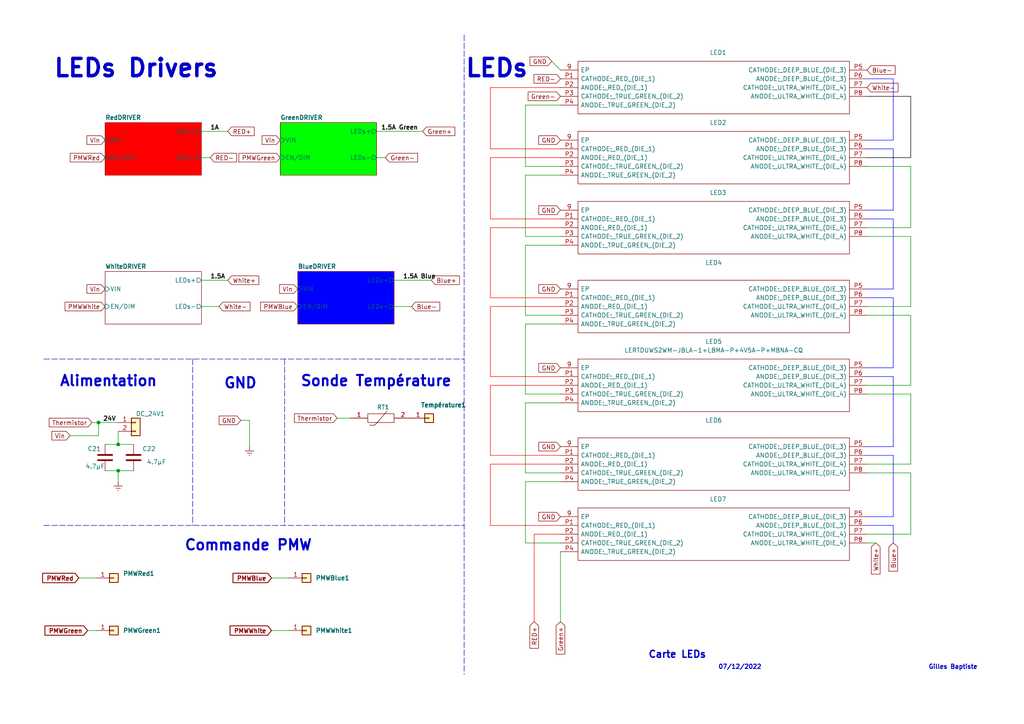
<source format=kicad_sch>
(kicad_sch (version 20211123) (generator eeschema)

  (uuid f6d8cfcb-a6b2-478a-9120-3f6bd3756809)

  (paper "A4")

  (lib_symbols
    (symbol "CarteAlimentation:LERTDUWS2WM-JBLA-1+LBMA-P+4V5A-P+MBNA-CQ" (pin_names (offset 0.762)) (in_bom yes) (on_board yes)
      (property "Reference" "LED" (id 0) (at 85.09 7.62 0)
        (effects (font (size 1.27 1.27)) (justify left))
      )
      (property "Value" "LERTDUWS2WM-JBLA-1+LBMA-P+4V5A-P+MBNA-CQ" (id 1) (at 85.09 5.08 0)
        (effects (font (size 1.27 1.27)) (justify left))
      )
      (property "Footprint" "LERTDUWS2WMJBLA1LBMAP4V5APMBNACQ" (id 2) (at 85.09 2.54 0)
        (effects (font (size 1.27 1.27)) (justify left) hide)
      )
      (property "Datasheet" "https://dammedia.osram.info/media/resource/hires/osram-dam-6724813/LE%20RTDUW%20S2WM_EN.pdf" (id 3) (at 85.09 0 0)
        (effects (font (size 1.27 1.27)) (justify left) hide)
      )
      (property "Description" "High Power LEDs - Multi-Colour RGBW LED OSTAR Stage" (id 4) (at 85.09 -2.54 0)
        (effects (font (size 1.27 1.27)) (justify left) hide)
      )
      (property "Height" "1.22" (id 5) (at 85.09 -5.08 0)
        (effects (font (size 1.27 1.27)) (justify left) hide)
      )
      (property "Mouser Part Number" "720-LERTDUWS2WMA2120" (id 6) (at 85.09 -7.62 0)
        (effects (font (size 1.27 1.27)) (justify left) hide)
      )
      (property "Mouser Price/Stock" "https://www.mouser.co.uk/ProductDetail/OSRAM-Opto-Semiconductors/LERTDUWS2WM-JBLA-1%2bLBMA-P%2b4V5A-P%2bMBNA-CQ?qs=wnTfsH77Xs6NOih3WdFDXw%3D%3D" (id 7) (at 85.09 -10.16 0)
        (effects (font (size 1.27 1.27)) (justify left) hide)
      )
      (property "Manufacturer_Name" "OSRAM" (id 8) (at 85.09 -12.7 0)
        (effects (font (size 1.27 1.27)) (justify left) hide)
      )
      (property "Manufacturer_Part_Number" "LERTDUWS2WM-JBLA-1+LBMA-P+4V5A-P+MBNA-CQ" (id 9) (at 85.09 -15.24 0)
        (effects (font (size 1.27 1.27)) (justify left) hide)
      )
      (property "ki_description" "High Power LEDs - Multi-Colour RGBW LED OSTAR Stage" (id 10) (at 0 0 0)
        (effects (font (size 1.27 1.27)) hide)
      )
      (symbol "LERTDUWS2WM-JBLA-1+LBMA-P+4V5A-P+MBNA-CQ_0_0"
        (pin passive line (at 0 0 0) (length 5.08)
          (name "EP" (effects (font (size 1.27 1.27))))
          (number "9" (effects (font (size 1.27 1.27))))
        )
        (pin passive line (at 0 -2.54 0) (length 5.08)
          (name "CATHODE;_RED_(DIE_1)" (effects (font (size 1.27 1.27))))
          (number "P1" (effects (font (size 1.27 1.27))))
        )
        (pin passive line (at 0 -5.08 0) (length 5.08)
          (name "ANODE;_RED_(DIE_1)" (effects (font (size 1.27 1.27))))
          (number "P2" (effects (font (size 1.27 1.27))))
        )
        (pin passive line (at 0 -7.62 0) (length 5.08)
          (name "CATHODE;_TRUE_GREEN_(DIE_2)" (effects (font (size 1.27 1.27))))
          (number "P3" (effects (font (size 1.27 1.27))))
        )
        (pin passive line (at 0 -10.16 0) (length 5.08)
          (name "ANODE;_TRUE_GREEN_(DIE_2)" (effects (font (size 1.27 1.27))))
          (number "P4" (effects (font (size 1.27 1.27))))
        )
        (pin passive line (at 88.9 0 180) (length 5.08)
          (name "CATHODE;_DEEP_BLUE_(DIE_3)" (effects (font (size 1.27 1.27))))
          (number "P5" (effects (font (size 1.27 1.27))))
        )
        (pin passive line (at 88.9 -2.54 180) (length 5.08)
          (name "ANODE;_DEEP_BLUE_(DIE_3)" (effects (font (size 1.27 1.27))))
          (number "P6" (effects (font (size 1.27 1.27))))
        )
        (pin passive line (at 88.9 -5.08 180) (length 5.08)
          (name "CATHODE;_ULTRA_WHITE_(DIE_4)" (effects (font (size 1.27 1.27))))
          (number "P7" (effects (font (size 1.27 1.27))))
        )
        (pin passive line (at 88.9 -7.62 180) (length 5.08)
          (name "ANODE;_ULTRA_WHITE_(DIE_4)" (effects (font (size 1.27 1.27))))
          (number "P8" (effects (font (size 1.27 1.27))))
        )
      )
      (symbol "LERTDUWS2WM-JBLA-1+LBMA-P+4V5A-P+MBNA-CQ_0_1"
        (polyline
          (pts
            (xy 5.08 2.54)
            (xy 83.82 2.54)
            (xy 83.82 -12.7)
            (xy 5.08 -12.7)
            (xy 5.08 2.54)
          )
          (stroke (width 0.1524) (type default) (color 0 0 0 0))
          (fill (type none))
        )
      )
    )
    (symbol "CarteAlimentation:NCP18XH103F03RB" (pin_names (offset 0.762)) (in_bom yes) (on_board yes)
      (property "Reference" "RT" (id 0) (at 13.97 6.35 0)
        (effects (font (size 1.27 1.27)) (justify left))
      )
      (property "Value" "NCP18XH103F03RB" (id 1) (at 13.97 3.81 0)
        (effects (font (size 1.27 1.27)) (justify left))
      )
      (property "Footprint" "THRMC1608X95N" (id 2) (at 13.97 1.27 0)
        (effects (font (size 1.27 1.27)) (justify left) hide)
      )
      (property "Datasheet" "http://uk.rs-online.com/web/p/products/7259050P" (id 3) (at 13.97 -1.27 0)
        (effects (font (size 1.27 1.27)) (justify left) hide)
      )
      (property "Description" "Thermistor NTC 10K Ohm 1% 2-Pin 0603 Surface Mount Solder Pad 3434K T/R" (id 4) (at 13.97 -3.81 0)
        (effects (font (size 1.27 1.27)) (justify left) hide)
      )
      (property "Height" "0.95" (id 5) (at 13.97 -6.35 0)
        (effects (font (size 1.27 1.27)) (justify left) hide)
      )
      (property "RS Part Number" "7259050P" (id 6) (at 13.97 -8.89 0)
        (effects (font (size 1.27 1.27)) (justify left) hide)
      )
      (property "RS Price/Stock" "http://uk.rs-online.com/web/p/products/7259050P" (id 7) (at 13.97 -11.43 0)
        (effects (font (size 1.27 1.27)) (justify left) hide)
      )
      (property "Manufacturer_Name" "Murata Electronics" (id 8) (at 13.97 -13.97 0)
        (effects (font (size 1.27 1.27)) (justify left) hide)
      )
      (property "Manufacturer_Part_Number" "NCP18XH103F03RB" (id 9) (at 13.97 -16.51 0)
        (effects (font (size 1.27 1.27)) (justify left) hide)
      )
      (property "ki_description" "Thermistor NTC 10K Ohm 1% 2-Pin 0603 Surface Mount Solder Pad 3434K T/R" (id 10) (at 0 0 0)
        (effects (font (size 1.27 1.27)) hide)
      )
      (symbol "NCP18XH103F03RB_0_0"
        (pin passive line (at 0 0 0) (length 5.08)
          (name "~" (effects (font (size 1.27 1.27))))
          (number "1" (effects (font (size 1.27 1.27))))
        )
        (pin passive line (at 17.78 0 180) (length 5.08)
          (name "~" (effects (font (size 1.27 1.27))))
          (number "2" (effects (font (size 1.27 1.27))))
        )
      )
      (symbol "NCP18XH103F03RB_0_1"
        (polyline
          (pts
            (xy 5.588 -2.032)
            (xy 7.112 -2.032)
            (xy 10.668 2.032)
          )
          (stroke (width 0.1524) (type default) (color 0 0 0 0))
          (fill (type none))
        )
        (polyline
          (pts
            (xy 5.08 1.27)
            (xy 12.7 1.27)
            (xy 12.7 -1.27)
            (xy 5.08 -1.27)
            (xy 5.08 1.27)
          )
          (stroke (width 0.1524) (type default) (color 0 0 0 0))
          (fill (type none))
        )
      )
    )
    (symbol "Connector_Generic:Conn_01x01" (pin_names (offset 1.016) hide) (in_bom yes) (on_board yes)
      (property "Reference" "J" (id 0) (at 0 2.54 0)
        (effects (font (size 1.27 1.27)))
      )
      (property "Value" "Conn_01x01" (id 1) (at 0 -2.54 0)
        (effects (font (size 1.27 1.27)))
      )
      (property "Footprint" "" (id 2) (at 0 0 0)
        (effects (font (size 1.27 1.27)) hide)
      )
      (property "Datasheet" "~" (id 3) (at 0 0 0)
        (effects (font (size 1.27 1.27)) hide)
      )
      (property "ki_keywords" "connector" (id 4) (at 0 0 0)
        (effects (font (size 1.27 1.27)) hide)
      )
      (property "ki_description" "Generic connector, single row, 01x01, script generated (kicad-library-utils/schlib/autogen/connector/)" (id 5) (at 0 0 0)
        (effects (font (size 1.27 1.27)) hide)
      )
      (property "ki_fp_filters" "Connector*:*_1x??_*" (id 6) (at 0 0 0)
        (effects (font (size 1.27 1.27)) hide)
      )
      (symbol "Conn_01x01_1_1"
        (rectangle (start -1.27 0.127) (end 0 -0.127)
          (stroke (width 0.1524) (type default) (color 0 0 0 0))
          (fill (type none))
        )
        (rectangle (start -1.27 1.27) (end 1.27 -1.27)
          (stroke (width 0.254) (type default) (color 0 0 0 0))
          (fill (type background))
        )
        (pin passive line (at -5.08 0 0) (length 3.81)
          (name "Pin_1" (effects (font (size 1.27 1.27))))
          (number "1" (effects (font (size 1.27 1.27))))
        )
      )
    )
    (symbol "Connector_Generic:Conn_01x02" (pin_names (offset 1.016) hide) (in_bom yes) (on_board yes)
      (property "Reference" "J" (id 0) (at 0 2.54 0)
        (effects (font (size 1.27 1.27)))
      )
      (property "Value" "Conn_01x02" (id 1) (at 0 -5.08 0)
        (effects (font (size 1.27 1.27)))
      )
      (property "Footprint" "" (id 2) (at 0 0 0)
        (effects (font (size 1.27 1.27)) hide)
      )
      (property "Datasheet" "~" (id 3) (at 0 0 0)
        (effects (font (size 1.27 1.27)) hide)
      )
      (property "ki_keywords" "connector" (id 4) (at 0 0 0)
        (effects (font (size 1.27 1.27)) hide)
      )
      (property "ki_description" "Generic connector, single row, 01x02, script generated (kicad-library-utils/schlib/autogen/connector/)" (id 5) (at 0 0 0)
        (effects (font (size 1.27 1.27)) hide)
      )
      (property "ki_fp_filters" "Connector*:*_1x??_*" (id 6) (at 0 0 0)
        (effects (font (size 1.27 1.27)) hide)
      )
      (symbol "Conn_01x02_1_1"
        (rectangle (start -1.27 -2.413) (end 0 -2.667)
          (stroke (width 0.1524) (type default) (color 0 0 0 0))
          (fill (type none))
        )
        (rectangle (start -1.27 0.127) (end 0 -0.127)
          (stroke (width 0.1524) (type default) (color 0 0 0 0))
          (fill (type none))
        )
        (rectangle (start -1.27 1.27) (end 1.27 -3.81)
          (stroke (width 0.254) (type default) (color 0 0 0 0))
          (fill (type background))
        )
        (pin passive line (at -5.08 0 0) (length 3.81)
          (name "Pin_1" (effects (font (size 1.27 1.27))))
          (number "1" (effects (font (size 1.27 1.27))))
        )
        (pin passive line (at -5.08 -2.54 0) (length 3.81)
          (name "Pin_2" (effects (font (size 1.27 1.27))))
          (number "2" (effects (font (size 1.27 1.27))))
        )
      )
    )
    (symbol "Device:C" (pin_numbers hide) (pin_names (offset 0.254)) (in_bom yes) (on_board yes)
      (property "Reference" "C" (id 0) (at 0.635 2.54 0)
        (effects (font (size 1.27 1.27)) (justify left))
      )
      (property "Value" "C" (id 1) (at 0.635 -2.54 0)
        (effects (font (size 1.27 1.27)) (justify left))
      )
      (property "Footprint" "" (id 2) (at 0.9652 -3.81 0)
        (effects (font (size 1.27 1.27)) hide)
      )
      (property "Datasheet" "~" (id 3) (at 0 0 0)
        (effects (font (size 1.27 1.27)) hide)
      )
      (property "ki_keywords" "cap capacitor" (id 4) (at 0 0 0)
        (effects (font (size 1.27 1.27)) hide)
      )
      (property "ki_description" "Unpolarized capacitor" (id 5) (at 0 0 0)
        (effects (font (size 1.27 1.27)) hide)
      )
      (property "ki_fp_filters" "C_*" (id 6) (at 0 0 0)
        (effects (font (size 1.27 1.27)) hide)
      )
      (symbol "C_0_1"
        (polyline
          (pts
            (xy -2.032 -0.762)
            (xy 2.032 -0.762)
          )
          (stroke (width 0.508) (type default) (color 0 0 0 0))
          (fill (type none))
        )
        (polyline
          (pts
            (xy -2.032 0.762)
            (xy 2.032 0.762)
          )
          (stroke (width 0.508) (type default) (color 0 0 0 0))
          (fill (type none))
        )
      )
      (symbol "C_1_1"
        (pin passive line (at 0 3.81 270) (length 2.794)
          (name "~" (effects (font (size 1.27 1.27))))
          (number "1" (effects (font (size 1.27 1.27))))
        )
        (pin passive line (at 0 -3.81 90) (length 2.794)
          (name "~" (effects (font (size 1.27 1.27))))
          (number "2" (effects (font (size 1.27 1.27))))
        )
      )
    )
    (symbol "power:Earth" (power) (pin_names (offset 0)) (in_bom yes) (on_board yes)
      (property "Reference" "#PWR" (id 0) (at 0 -6.35 0)
        (effects (font (size 1.27 1.27)) hide)
      )
      (property "Value" "Earth" (id 1) (at 0 -3.81 0)
        (effects (font (size 1.27 1.27)) hide)
      )
      (property "Footprint" "" (id 2) (at 0 0 0)
        (effects (font (size 1.27 1.27)) hide)
      )
      (property "Datasheet" "~" (id 3) (at 0 0 0)
        (effects (font (size 1.27 1.27)) hide)
      )
      (property "ki_keywords" "power-flag ground gnd" (id 4) (at 0 0 0)
        (effects (font (size 1.27 1.27)) hide)
      )
      (property "ki_description" "Power symbol creates a global label with name \"Earth\"" (id 5) (at 0 0 0)
        (effects (font (size 1.27 1.27)) hide)
      )
      (symbol "Earth_0_1"
        (polyline
          (pts
            (xy -0.635 -1.905)
            (xy 0.635 -1.905)
          )
          (stroke (width 0) (type default) (color 0 0 0 0))
          (fill (type none))
        )
        (polyline
          (pts
            (xy -0.127 -2.54)
            (xy 0.127 -2.54)
          )
          (stroke (width 0) (type default) (color 0 0 0 0))
          (fill (type none))
        )
        (polyline
          (pts
            (xy 0 -1.27)
            (xy 0 0)
          )
          (stroke (width 0) (type default) (color 0 0 0 0))
          (fill (type none))
        )
        (polyline
          (pts
            (xy 1.27 -1.27)
            (xy -1.27 -1.27)
          )
          (stroke (width 0) (type default) (color 0 0 0 0))
          (fill (type none))
        )
      )
      (symbol "Earth_1_1"
        (pin power_in line (at 0 0 270) (length 0) hide
          (name "Earth" (effects (font (size 1.27 1.27))))
          (number "1" (effects (font (size 1.27 1.27))))
        )
      )
    )
  )

  (junction (at 34.29 136.525) (diameter 0) (color 0 0 0 0)
    (uuid 9c0e51b6-58be-48fe-86a8-68030e625058)
  )
  (junction (at 34.29 128.905) (diameter 0) (color 0 0 0 0)
    (uuid e596943d-4530-4d50-a0e4-91accbaf9020)
  )
  (junction (at 28.575 122.555) (diameter 0) (color 0 0 0 0)
    (uuid fb0abe5c-2b59-4ea0-a334-66ddb2e6b28c)
  )

  (wire (pts (xy 30.48 136.525) (xy 34.29 136.525))
    (stroke (width 0) (type default) (color 0 0 0 0))
    (uuid 010a2e9d-0e17-4589-aeaa-add68d910a51)
  )
  (polyline (pts (xy 12.7 152.4) (xy 134.62 152.4))
    (stroke (width 0) (type default) (color 0 0 0 0))
    (uuid 01e9a197-ca9f-44de-b08a-33ccab19a0a6)
  )

  (wire (pts (xy 264.16 27.94) (xy 264.16 45.72))
    (stroke (width 0) (type default) (color 0 0 0 1))
    (uuid 0218aa27-125a-4f57-88e0-b38879088439)
  )
  (wire (pts (xy 152.4 114.3) (xy 162.56 114.3))
    (stroke (width 0) (type default) (color 0 0 0 0))
    (uuid 022c8802-432f-484e-9902-3c39793544c3)
  )
  (wire (pts (xy 26.67 122.555) (xy 28.575 122.555))
    (stroke (width 0) (type default) (color 0 0 0 0))
    (uuid 0342a938-c2cd-4266-84c3-9b7b13275157)
  )
  (wire (pts (xy 259.08 129.54) (xy 251.46 129.54))
    (stroke (width 0) (type default) (color 0 0 255 1))
    (uuid 04645239-7f6c-4281-9445-95784312c683)
  )
  (wire (pts (xy 28.575 122.555) (xy 34.29 122.555))
    (stroke (width 0) (type default) (color 0 0 0 0))
    (uuid 0572d9e5-278f-4c28-b709-9c76577d6c10)
  )
  (wire (pts (xy 142.24 43.18) (xy 162.56 43.18))
    (stroke (width 0) (type default) (color 255 0 0 1))
    (uuid 08139a64-22e8-4e45-adf1-82f32d9ba4cd)
  )
  (wire (pts (xy 259.08 152.4) (xy 259.08 157.48))
    (stroke (width 0) (type default) (color 0 0 255 1))
    (uuid 08cf0b97-2fba-4459-926f-10a79afee7fa)
  )
  (wire (pts (xy 154.94 154.94) (xy 154.94 180.34))
    (stroke (width 0) (type default) (color 255 0 0 1))
    (uuid 09664000-3059-441d-a734-78e4f374799c)
  )
  (wire (pts (xy 162.56 71.12) (xy 152.4 71.12))
    (stroke (width 0) (type default) (color 0 0 0 0))
    (uuid 0e4b394c-415d-446e-aaf7-f7c1854bea43)
  )
  (wire (pts (xy 142.24 66.04) (xy 162.56 66.04))
    (stroke (width 0) (type default) (color 255 0 0 1))
    (uuid 0ea2dd4e-e83f-46e1-8b12-2ec0c3679536)
  )
  (wire (pts (xy 20.32 126.365) (xy 28.575 126.365))
    (stroke (width 0) (type default) (color 0 0 0 0))
    (uuid 106ef5d1-4934-463b-bad8-49fadb0150bb)
  )
  (wire (pts (xy 264.16 68.58) (xy 264.16 88.9))
    (stroke (width 0) (type default) (color 0 0 0 0))
    (uuid 10b5ffb3-1874-4ca5-884e-ef57fc105dc3)
  )
  (wire (pts (xy 162.56 134.62) (xy 142.24 134.62))
    (stroke (width 0) (type default) (color 255 0 0 1))
    (uuid 114e2272-2494-4729-acf7-902aa18783a7)
  )
  (wire (pts (xy 251.46 22.86) (xy 259.08 22.86))
    (stroke (width 0) (type default) (color 0 0 255 1))
    (uuid 1252c534-c3e4-47dd-9b44-39d7b4299c3d)
  )
  (wire (pts (xy 251.46 27.94) (xy 264.16 27.94))
    (stroke (width 0) (type default) (color 0 0 0 1))
    (uuid 13a5355a-c8b7-400b-ba38-6601d478c0f8)
  )
  (wire (pts (xy 251.46 137.16) (xy 264.16 137.16))
    (stroke (width 0) (type default) (color 0 0 0 0))
    (uuid 13c77bda-2d71-4b42-9191-677322f2a64b)
  )
  (wire (pts (xy 152.4 48.26) (xy 162.56 48.26))
    (stroke (width 0) (type default) (color 0 0 0 0))
    (uuid 179b5676-15a0-461e-938e-b50f9f760b17)
  )
  (wire (pts (xy 142.24 111.76) (xy 142.24 132.08))
    (stroke (width 0) (type default) (color 255 0 0 1))
    (uuid 186ac16d-468f-4635-ad26-32fb4d330e99)
  )
  (wire (pts (xy 152.4 30.48) (xy 152.4 48.26))
    (stroke (width 0) (type default) (color 0 0 0 0))
    (uuid 1cbfbc68-3b97-4c97-a18b-564bacdf5fa6)
  )
  (wire (pts (xy 264.16 111.76) (xy 251.46 111.76))
    (stroke (width 0) (type default) (color 0 0 0 0))
    (uuid 1d4ed81d-a4c9-48a1-8834-d3bf7b2464a4)
  )
  (wire (pts (xy 152.4 68.58) (xy 162.56 68.58))
    (stroke (width 0) (type default) (color 0 0 0 0))
    (uuid 1fcbe716-987d-4571-b860-a1227bb6ff4c)
  )
  (wire (pts (xy 259.08 109.22) (xy 259.08 129.54))
    (stroke (width 0) (type default) (color 0 0 255 1))
    (uuid 248b9d64-357e-413f-8722-e732dd76afcb)
  )
  (wire (pts (xy 251.46 60.96) (xy 259.08 60.96))
    (stroke (width 0) (type default) (color 0 0 255 1))
    (uuid 25b2c9c6-ede5-48d1-addd-7bc13ebc1424)
  )
  (wire (pts (xy 142.24 152.4) (xy 162.56 152.4))
    (stroke (width 0) (type default) (color 255 0 0 1))
    (uuid 26a1f421-66c3-4d27-a29c-345e44748bf1)
  )
  (wire (pts (xy 162.56 116.84) (xy 152.4 116.84))
    (stroke (width 0) (type default) (color 0 0 0 0))
    (uuid 293b7845-b579-4235-9b81-4ec4bd47abfb)
  )
  (wire (pts (xy 162.56 139.7) (xy 152.4 139.7))
    (stroke (width 0) (type default) (color 0 0 0 0))
    (uuid 2d3fd898-e199-4a90-809c-5fdd5e1a06ec)
  )
  (wire (pts (xy 251.46 66.04) (xy 264.16 66.04))
    (stroke (width 0) (type default) (color 0 0 0 0))
    (uuid 35010d8a-1376-47c9-b678-8f9f5b515639)
  )
  (wire (pts (xy 152.4 137.16) (xy 162.56 137.16))
    (stroke (width 0) (type default) (color 0 0 0 0))
    (uuid 3ad9bef7-fd85-4fa0-9d1f-d25538e9b981)
  )
  (wire (pts (xy 97.79 121.285) (xy 101.6 121.285))
    (stroke (width 0) (type default) (color 0 0 0 0))
    (uuid 43a412b6-7365-49c6-a352-dfc884b29148)
  )
  (wire (pts (xy 264.16 88.9) (xy 251.46 88.9))
    (stroke (width 0) (type default) (color 0 0 0 0))
    (uuid 45653252-2cf2-4458-9964-fd9435e1eca2)
  )
  (wire (pts (xy 114.3 81.28) (xy 125.095 81.28))
    (stroke (width 0) (type default) (color 0 0 0 0))
    (uuid 459980e1-ebe1-40f5-9dcc-431ab966f7ce)
  )
  (wire (pts (xy 259.08 63.5) (xy 259.08 83.82))
    (stroke (width 0) (type default) (color 0 0 255 1))
    (uuid 4b54cda8-dac3-4479-8539-d2f7d04bdfc1)
  )
  (wire (pts (xy 259.08 149.86) (xy 251.46 149.86))
    (stroke (width 0) (type default) (color 0 0 255 1))
    (uuid 4ba6bd16-e25b-456a-9c29-d9c95fa4efb7)
  )
  (wire (pts (xy 28.575 126.365) (xy 28.575 122.555))
    (stroke (width 0) (type default) (color 0 0 0 0))
    (uuid 4fb4f42b-8420-4396-acb8-8ce22783a588)
  )
  (wire (pts (xy 152.4 139.7) (xy 152.4 157.48))
    (stroke (width 0) (type default) (color 0 0 0 0))
    (uuid 4ff522e8-134d-4ee7-b94d-ebdf31b239e9)
  )
  (wire (pts (xy 152.4 93.98) (xy 152.4 114.3))
    (stroke (width 0) (type default) (color 0 0 0 0))
    (uuid 5694dfcd-f8b1-4c2e-8ea8-38d5fd553517)
  )
  (wire (pts (xy 78.74 167.64) (xy 83.82 167.64))
    (stroke (width 0) (type default) (color 0 0 0 0))
    (uuid 57633e63-b354-4798-9384-d585e7d41448)
  )
  (wire (pts (xy 259.08 43.18) (xy 259.08 60.96))
    (stroke (width 0) (type default) (color 0 0 255 1))
    (uuid 5aba65d9-926e-42c7-9ac8-fbe9b95d4ee7)
  )
  (wire (pts (xy 34.29 136.525) (xy 34.29 139.7))
    (stroke (width 0) (type default) (color 0 0 0 0))
    (uuid 5b13c40a-26fb-4a94-9e1a-ba80bd9c6627)
  )
  (wire (pts (xy 58.42 88.9) (xy 63.5 88.9))
    (stroke (width 0) (type default) (color 0 0 0 0))
    (uuid 5c6627ea-658a-490f-8cf2-f811e8822d29)
  )
  (wire (pts (xy 34.29 136.525) (xy 38.735 136.525))
    (stroke (width 0) (type default) (color 0 0 0 0))
    (uuid 5d1a292f-7081-4135-ba61-76d11e392423)
  )
  (polyline (pts (xy 55.88 104.14) (xy 55.88 152.4))
    (stroke (width 0) (type default) (color 0 0 0 0))
    (uuid 5df8bb4d-2694-4a6e-b294-a9054e019810)
  )

  (wire (pts (xy 152.4 116.84) (xy 152.4 137.16))
    (stroke (width 0) (type default) (color 0 0 0 0))
    (uuid 5f0a9043-84cd-4018-829a-0129e4e19eac)
  )
  (wire (pts (xy 251.46 152.4) (xy 259.08 152.4))
    (stroke (width 0) (type default) (color 0 0 255 1))
    (uuid 6330d2e8-18db-4a29-b252-91167669ab6c)
  )
  (wire (pts (xy 109.22 38.1) (xy 122.555 38.1))
    (stroke (width 0) (type default) (color 0 0 0 0))
    (uuid 656af43d-d113-4349-a838-a6bf667708a9)
  )
  (wire (pts (xy 160.02 17.78) (xy 162.56 20.32))
    (stroke (width 0) (type default) (color 0 0 0 0))
    (uuid 68586065-01df-4373-abf2-c5d6ec20c6a6)
  )
  (wire (pts (xy 259.08 132.08) (xy 259.08 149.86))
    (stroke (width 0) (type default) (color 0 0 255 1))
    (uuid 68d4c200-0d4c-4552-a70a-c9f634b9ff4c)
  )
  (wire (pts (xy 259.08 83.82) (xy 251.46 83.82))
    (stroke (width 0) (type default) (color 0 0 255 1))
    (uuid 699fcffa-6cdc-47bc-bb2b-c704468b5d82)
  )
  (polyline (pts (xy 82.55 104.14) (xy 82.55 152.4))
    (stroke (width 0) (type default) (color 0 0 0 0))
    (uuid 6a0e113e-7e7e-4f67-b5d6-842ada207fb0)
  )

  (wire (pts (xy 114.3 88.9) (xy 119.38 88.9))
    (stroke (width 0) (type default) (color 0 0 0 0))
    (uuid 6abb5fcf-5e4f-40ad-b522-3f3fd910ba5f)
  )
  (wire (pts (xy 72.39 121.92) (xy 72.39 129.54))
    (stroke (width 0) (type default) (color 0 0 0 0))
    (uuid 6af1d884-ad3b-4d66-a18d-1317d90cf096)
  )
  (wire (pts (xy 162.56 154.94) (xy 154.94 154.94))
    (stroke (width 0) (type default) (color 255 0 0 1))
    (uuid 6d1e9f49-a66d-4c19-a4fc-77e0afff932c)
  )
  (wire (pts (xy 251.46 68.58) (xy 264.16 68.58))
    (stroke (width 0) (type default) (color 0 0 0 0))
    (uuid 6ddbe668-8dbf-4887-b25f-5f148416fa9e)
  )
  (wire (pts (xy 152.4 50.8) (xy 152.4 68.58))
    (stroke (width 0) (type default) (color 0 0 0 0))
    (uuid 6ec4e8b3-00bd-41bb-ad7c-89a683575cd9)
  )
  (wire (pts (xy 251.46 63.5) (xy 259.08 63.5))
    (stroke (width 0) (type default) (color 0 0 255 1))
    (uuid 70eb4c88-7025-4462-9790-cdde024aadb1)
  )
  (polyline (pts (xy 12.7 104.14) (xy 134.62 104.14))
    (stroke (width 0) (type default) (color 0 0 0 0))
    (uuid 7109a9bf-61dc-4e50-b541-c78ffa4fae9f)
  )

  (wire (pts (xy 259.08 40.64) (xy 251.46 40.64))
    (stroke (width 0) (type default) (color 0 0 255 1))
    (uuid 72823793-c0b5-4576-82e6-1a9a021141d6)
  )
  (wire (pts (xy 264.16 91.44) (xy 264.16 111.76))
    (stroke (width 0) (type default) (color 0 0 0 0))
    (uuid 782cf29e-3ea4-4009-8bfa-a657b164a68e)
  )
  (wire (pts (xy 34.29 128.905) (xy 38.735 128.905))
    (stroke (width 0) (type default) (color 0 0 0 0))
    (uuid 79aefd7c-680f-4a26-ae59-d59ba07988b8)
  )
  (wire (pts (xy 142.24 88.9) (xy 142.24 109.22))
    (stroke (width 0) (type default) (color 255 0 0 1))
    (uuid 79eb4503-ed5a-46ea-abf9-07d975dd3561)
  )
  (wire (pts (xy 251.46 154.94) (xy 264.16 154.94))
    (stroke (width 0) (type default) (color 0 0 0 0))
    (uuid 7e475dc7-0da7-4805-897d-cbb7fb824288)
  )
  (wire (pts (xy 78.74 182.88) (xy 83.82 182.88))
    (stroke (width 0) (type default) (color 0 0 0 0))
    (uuid 7f54266c-e52d-420b-aec6-e4571224e4bd)
  )
  (wire (pts (xy 251.46 109.22) (xy 259.08 109.22))
    (stroke (width 0) (type default) (color 0 0 255 1))
    (uuid 80078bc1-fdcd-49d4-b584-9e6b394e32c1)
  )
  (wire (pts (xy 152.4 91.44) (xy 162.56 91.44))
    (stroke (width 0) (type default) (color 0 0 0 0))
    (uuid 83b832af-e283-45b1-a2b5-ca59c04627a1)
  )
  (wire (pts (xy 162.56 45.72) (xy 142.24 45.72))
    (stroke (width 0) (type default) (color 255 0 0 1))
    (uuid 8405267e-5fac-4805-9797-0fb1b254c897)
  )
  (wire (pts (xy 142.24 132.08) (xy 162.56 132.08))
    (stroke (width 0) (type default) (color 255 0 0 1))
    (uuid 880bfc71-ab26-48f8-99a0-b5e9f0c55948)
  )
  (wire (pts (xy 142.24 109.22) (xy 162.56 109.22))
    (stroke (width 0) (type default) (color 255 0 0 1))
    (uuid 8a609373-dcbc-45bf-b118-4df8255c403c)
  )
  (wire (pts (xy 162.56 93.98) (xy 152.4 93.98))
    (stroke (width 0) (type default) (color 0 0 0 0))
    (uuid 8a6730d3-f389-4c03-ae9c-dedeadd535a8)
  )
  (wire (pts (xy 152.4 30.48) (xy 162.56 30.48))
    (stroke (width 0) (type default) (color 0 0 0 0))
    (uuid 8bd287ac-10c3-45b6-8894-1701afc6fe3d)
  )
  (wire (pts (xy 34.29 125.095) (xy 34.29 128.905))
    (stroke (width 0) (type default) (color 0 0 0 0))
    (uuid 8de8a91e-a2fc-4448-a94d-f505e385520b)
  )
  (wire (pts (xy 109.22 45.72) (xy 111.76 45.72))
    (stroke (width 0) (type default) (color 0 0 0 0))
    (uuid 8ee14271-75fa-45e1-946d-396841fe9cc6)
  )
  (wire (pts (xy 162.56 25.4) (xy 142.24 25.4))
    (stroke (width 0) (type default) (color 255 0 0 1))
    (uuid 8f9466c4-d3f2-4d2d-bd70-5319213edbdb)
  )
  (wire (pts (xy 251.46 86.36) (xy 259.08 86.36))
    (stroke (width 0) (type default) (color 0 0 255 1))
    (uuid 90f1b5ce-8586-423c-8c42-d33ffda66e94)
  )
  (wire (pts (xy 58.42 45.72) (xy 60.96 45.72))
    (stroke (width 0) (type default) (color 0 0 0 0))
    (uuid 93794bf7-274e-489b-b56e-05a47b944fb4)
  )
  (wire (pts (xy 142.24 66.04) (xy 142.24 86.36))
    (stroke (width 0) (type default) (color 255 0 0 1))
    (uuid 9b38bba8-82bf-4f54-891d-55616f2961a8)
  )
  (wire (pts (xy 162.56 50.8) (xy 152.4 50.8))
    (stroke (width 0) (type default) (color 0 0 0 0))
    (uuid 9b9b739e-e011-4a07-8e99-cf219a296705)
  )
  (wire (pts (xy 142.24 63.5) (xy 162.56 63.5))
    (stroke (width 0) (type default) (color 255 0 0 1))
    (uuid 9c673270-931c-4a27-84d2-1da4d2cbe3be)
  )
  (wire (pts (xy 30.48 128.905) (xy 34.29 128.905))
    (stroke (width 0) (type default) (color 0 0 0 0))
    (uuid 9d301a0f-2875-4745-bbfe-57f1219e81bc)
  )
  (wire (pts (xy 251.46 43.18) (xy 259.08 43.18))
    (stroke (width 0) (type default) (color 0 0 255 1))
    (uuid 9ed434f7-59d9-4705-88c3-fd43799adb97)
  )
  (wire (pts (xy 162.56 111.76) (xy 142.24 111.76))
    (stroke (width 0) (type default) (color 255 0 0 1))
    (uuid a0f76296-a706-411b-b839-126777535773)
  )
  (wire (pts (xy 264.16 114.3) (xy 264.16 134.62))
    (stroke (width 0) (type default) (color 0 0 0 0))
    (uuid ae07a2cf-316d-4ec0-bc74-4869cbb789fb)
  )
  (wire (pts (xy 264.16 134.62) (xy 251.46 134.62))
    (stroke (width 0) (type default) (color 0 0 0 0))
    (uuid b10297e4-4be3-426f-9d0f-98b06d333a11)
  )
  (wire (pts (xy 25.4 182.88) (xy 27.94 182.88))
    (stroke (width 0) (type default) (color 0 0 0 0))
    (uuid b1637142-08fd-48b3-9c55-b141abc9a4c7)
  )
  (wire (pts (xy 162.56 88.9) (xy 142.24 88.9))
    (stroke (width 0) (type default) (color 255 0 0 1))
    (uuid b467cbac-9ffa-4fbf-b0f3-63ae78fd9c35)
  )
  (wire (pts (xy 251.46 48.26) (xy 264.16 48.26))
    (stroke (width 0) (type default) (color 0 0 0 0))
    (uuid ba04ea2b-632c-4cb1-a61f-88494c648c01)
  )
  (wire (pts (xy 142.24 45.72) (xy 142.24 63.5))
    (stroke (width 0) (type default) (color 255 0 0 1))
    (uuid ba39630c-d5e1-44d7-ba5d-d64995f37601)
  )
  (wire (pts (xy 142.24 25.4) (xy 142.24 43.18))
    (stroke (width 0) (type default) (color 255 0 0 1))
    (uuid bbd6a46a-c9be-49b4-92c9-bd838f91cab5)
  )
  (wire (pts (xy 259.08 22.86) (xy 259.08 40.64))
    (stroke (width 0) (type default) (color 0 0 255 1))
    (uuid c117d058-80de-4762-b9e4-c26f3be664d1)
  )
  (wire (pts (xy 264.16 48.26) (xy 264.16 66.04))
    (stroke (width 0) (type default) (color 0 0 0 0))
    (uuid c6fcc8f6-45c8-46f8-94d3-44af5cf9e3e5)
  )
  (wire (pts (xy 58.42 38.1) (xy 66.04 38.1))
    (stroke (width 0) (type default) (color 0 0 0 0))
    (uuid c8eb2095-f7fc-446a-aa5e-c89b13a80beb)
  )
  (wire (pts (xy 264.16 45.72) (xy 251.46 45.72))
    (stroke (width 0) (type default) (color 0 0 0 1))
    (uuid cb9d66aa-7ea6-453d-a61d-5593d95b2bcc)
  )
  (wire (pts (xy 152.4 157.48) (xy 162.56 157.48))
    (stroke (width 0) (type default) (color 0 0 0 0))
    (uuid cc8290aa-a4bf-4ecf-ad79-7babfa167581)
  )
  (wire (pts (xy 142.24 134.62) (xy 142.24 152.4))
    (stroke (width 0) (type default) (color 255 0 0 1))
    (uuid ccbd29af-1519-41ca-8278-486debd9fe26)
  )
  (wire (pts (xy 251.46 114.3) (xy 264.16 114.3))
    (stroke (width 0) (type default) (color 0 0 0 0))
    (uuid cd9f40e1-4167-432d-9619-34e8be9cb4f2)
  )
  (wire (pts (xy 259.08 106.68) (xy 251.46 106.68))
    (stroke (width 0) (type default) (color 0 0 255 1))
    (uuid d8ae33d1-0b55-4d33-9739-a76453eeae8f)
  )
  (wire (pts (xy 58.42 81.28) (xy 66.04 81.28))
    (stroke (width 0) (type default) (color 0 0 0 0))
    (uuid db27c300-40b2-46cf-8010-f5dad2fdafdf)
  )
  (wire (pts (xy 69.85 121.92) (xy 72.39 121.92))
    (stroke (width 0) (type default) (color 0 0 0 0))
    (uuid dc11dca6-240a-4ec4-8fc7-0d2fcb4be9fb)
  )
  (wire (pts (xy 162.56 160.02) (xy 162.56 180.34))
    (stroke (width 0) (type default) (color 0 0 0 0))
    (uuid def6fe59-93dd-4010-ac44-9d42c57abbea)
  )
  (wire (pts (xy 152.4 71.12) (xy 152.4 91.44))
    (stroke (width 0) (type default) (color 0 0 0 0))
    (uuid e0c2d004-b03a-4f35-96e3-677d1c091f75)
  )
  (wire (pts (xy 251.46 157.48) (xy 254 157.48))
    (stroke (width 0) (type default) (color 0 0 0 0))
    (uuid e0d38986-74be-40f2-8a31-73ca80949d26)
  )
  (wire (pts (xy 251.46 91.44) (xy 264.16 91.44))
    (stroke (width 0) (type default) (color 0 0 0 0))
    (uuid e1dcd6aa-9ac2-439e-a46a-fef3e643d5b6)
  )
  (wire (pts (xy 264.16 137.16) (xy 264.16 154.94))
    (stroke (width 0) (type default) (color 0 0 0 0))
    (uuid ec78e64f-eb5d-4b62-917e-e3b2634e6146)
  )
  (polyline (pts (xy 134.62 10.16) (xy 134.62 195.58))
    (stroke (width 0) (type default) (color 0 0 0 0))
    (uuid f1e9f367-9e7b-42f8-8a55-53f3bc15311c)
  )

  (wire (pts (xy 259.08 86.36) (xy 259.08 106.68))
    (stroke (width 0) (type default) (color 0 0 255 1))
    (uuid f222eae9-14fc-4c4f-a034-604dca494ab2)
  )
  (wire (pts (xy 142.24 86.36) (xy 162.56 86.36))
    (stroke (width 0) (type default) (color 255 0 0 1))
    (uuid f41ad575-299c-41d4-8e4c-587f01eabde5)
  )
  (wire (pts (xy 251.46 132.08) (xy 259.08 132.08))
    (stroke (width 0) (type default) (color 0 0 255 1))
    (uuid fdc5083d-affb-45f2-8c66-c6e5452d828a)
  )
  (wire (pts (xy 22.86 167.64) (xy 27.94 167.64))
    (stroke (width 0) (type default) (color 0 0 0 0))
    (uuid feebc3ec-9604-4c50-944e-d8fbbaced316)
  )

  (text "07/12/2022\n" (at 208.28 194.31 0)
    (effects (font (size 1.27 1.27) bold) (justify left bottom))
    (uuid 07164061-1c54-4837-a1e0-613d15039df0)
  )
  (text "Gilles Baptiste\n" (at 269.24 194.31 0)
    (effects (font (size 1.27 1.27) bold) (justify left bottom))
    (uuid 076315a6-663a-4a5d-9b6d-40d8f95057d7)
  )
  (text "LEDs Drivers" (at 15.24 22.86 0)
    (effects (font (size 5 5) bold) (justify left bottom))
    (uuid 241d3afc-cdb0-4c5f-ae8a-36d9948d4bfe)
  )
  (text "Alimentation" (at 17.145 112.395 0)
    (effects (font (size 3 3) (thickness 0.6) bold) (justify left bottom))
    (uuid 3b70e208-9359-4910-acab-431dc23c1ecd)
  )
  (text "Sonde Température\n" (at 86.995 112.395 0)
    (effects (font (size 3 3) (thickness 0.6) bold) (justify left bottom))
    (uuid 6025c671-07ab-41af-85fb-c4f3a25b24a9)
  )
  (text "LEDs" (at 134.62 22.86 0)
    (effects (font (size 5 5) (thickness 1) bold) (justify left bottom))
    (uuid 6192bea6-ae2f-4623-a262-67993b422b9b)
  )
  (text "Commande PMW" (at 53.34 160.02 0)
    (effects (font (size 3 3) bold) (justify left bottom))
    (uuid 6a18d7bc-bab1-4521-9e24-0e2e42cea9e8)
  )
  (text "GND\n" (at 64.77 113.03 0)
    (effects (font (size 3 3) (thickness 0.6) bold) (justify left bottom))
    (uuid bc72a6cd-5e85-40ab-8f12-5c83e349aaef)
  )
  (text "Carte LEDs" (at 187.96 191.135 0)
    (effects (font (size 2 2) bold) (justify left bottom))
    (uuid d3fb1c2a-bde0-45f1-8084-b007461671cc)
  )

  (label "24V" (at 29.845 122.555 0)
    (effects (font (size 1.27 1.27) bold) (justify left bottom))
    (uuid 15c0e995-6531-482c-b68d-fa345a67c0e6)
  )
  (label "1.5A Green" (at 110.49 38.1 0)
    (effects (font (size 1.27 1.27) bold) (justify left bottom))
    (uuid 2c2677d1-ada9-4dbb-b411-e210a34cdb67)
  )
  (label "1.5A" (at 60.96 81.28 0)
    (effects (font (size 1.27 1.27) bold) (justify left bottom))
    (uuid 4127fde6-4a48-4fd9-8f16-2de32b02e175)
  )
  (label "1.5A Blue" (at 116.84 81.28 0)
    (effects (font (size 1.27 1.27) bold) (justify left bottom))
    (uuid d8f60cdf-cc7d-4933-8414-047e3f23fa46)
  )
  (label "1A" (at 60.96 38.1 0)
    (effects (font (size 1.27 1.27) bold) (justify left bottom))
    (uuid ee6c3a71-2ef1-4f6e-9cce-1f5a162632ea)
  )

  (global_label "PMWGreen" (shape input) (at 81.28 45.72 180) (fields_autoplaced)
    (effects (font (size 1.27 1.27)) (justify right))
    (uuid 01591a9f-0c6b-4290-a001-289f20a86891)
    (property "Intersheet References" "${INTERSHEET_REFS}" (id 0) (at 69.3117 45.6406 0)
      (effects (font (size 1.27 1.27)) (justify right) hide)
    )
  )
  (global_label "White-" (shape input) (at 63.5 88.9 0) (fields_autoplaced)
    (effects (font (size 1.27 1.27)) (justify left))
    (uuid 02833ff7-2052-416a-b482-3bc960c59fe5)
    (property "Intersheet References" "${INTERSHEET_REFS}" (id 0) (at 72.505 88.8206 0)
      (effects (font (size 1.27 1.27)) (justify left) hide)
    )
  )
  (global_label "GND" (shape input) (at 162.56 129.54 180) (fields_autoplaced)
    (effects (font (size 1.27 1.27)) (justify right))
    (uuid 0292c370-9743-4cd2-8581-75e7fc0ccb54)
    (property "Intersheet References" "${INTERSHEET_REFS}" (id 0) (at 156.2764 129.4606 0)
      (effects (font (size 1.27 1.27)) (justify right) hide)
    )
  )
  (global_label "PMWRed" (shape input) (at 30.48 45.72 180) (fields_autoplaced)
    (effects (font (size 1.27 1.27)) (justify right))
    (uuid 0f182601-59eb-41b1-a9ba-ba34c2a216eb)
    (property "Intersheet References" "${INTERSHEET_REFS}" (id 0) (at 20.3864 45.6406 0)
      (effects (font (size 1.27 1.27)) (justify right) hide)
    )
  )
  (global_label "GND" (shape input) (at 160.02 17.78 180) (fields_autoplaced)
    (effects (font (size 1.27 1.27)) (justify right))
    (uuid 236b83f6-ae73-4dc2-97d3-f6e02ecf33fe)
    (property "Intersheet References" "${INTERSHEET_REFS}" (id 0) (at 153.7364 17.7006 0)
      (effects (font (size 1.27 1.27)) (justify right) hide)
    )
  )
  (global_label "GND" (shape input) (at 162.56 106.68 180) (fields_autoplaced)
    (effects (font (size 1.27 1.27)) (justify right))
    (uuid 23c7b970-0fe5-4c46-a498-934626b3e543)
    (property "Intersheet References" "${INTERSHEET_REFS}" (id 0) (at 156.2764 106.6006 0)
      (effects (font (size 1.27 1.27)) (justify right) hide)
    )
  )
  (global_label "RED+" (shape input) (at 154.94 180.34 270) (fields_autoplaced)
    (effects (font (size 1.27 1.27)) (justify right))
    (uuid 2a082a62-8f39-43ef-9379-9ee276e73edd)
    (property "Intersheet References" "${INTERSHEET_REFS}" (id 0) (at 155.0194 188.0145 90)
      (effects (font (size 1.27 1.27)) (justify right) hide)
    )
  )
  (global_label "Blue+" (shape input) (at 125.095 81.28 0) (fields_autoplaced)
    (effects (font (size 1.27 1.27)) (justify left))
    (uuid 2ccdb6f2-0362-42b0-8926-c9ff9471e002)
    (property "Intersheet References" "${INTERSHEET_REFS}" (id 0) (at 133.2533 81.2006 0)
      (effects (font (size 1.27 1.27)) (justify left) hide)
    )
  )
  (global_label "PMWGreen" (shape input) (at 25.4 182.88 180) (fields_autoplaced)
    (effects (font (size 1.27 1.27) bold) (justify right))
    (uuid 30ae5927-4a93-4a06-aea0-804ca646ce82)
    (property "Intersheet References" "${INTERSHEET_REFS}" (id 0) (at 13.2413 182.753 0)
      (effects (font (size 1.27 1.27) bold) (justify right) hide)
    )
  )
  (global_label "Blue-" (shape input) (at 251.46 20.32 0) (fields_autoplaced)
    (effects (font (size 1.27 1.27)) (justify left))
    (uuid 31d22d46-8ee0-4422-b9f6-31b68fc13bc4)
    (property "Intersheet References" "${INTERSHEET_REFS}" (id 0) (at 259.6183 20.2406 0)
      (effects (font (size 1.27 1.27)) (justify left) hide)
    )
  )
  (global_label "RED+" (shape input) (at 66.04 38.1 0) (fields_autoplaced)
    (effects (font (size 1.27 1.27)) (justify left))
    (uuid 335ed6e3-273c-4f54-8ff9-c04f2ffb4be1)
    (property "Intersheet References" "${INTERSHEET_REFS}" (id 0) (at 73.7145 38.0206 0)
      (effects (font (size 1.27 1.27)) (justify left) hide)
    )
  )
  (global_label "Green+" (shape input) (at 122.555 38.1 0) (fields_autoplaced)
    (effects (font (size 1.27 1.27)) (justify left))
    (uuid 3e2d25a1-20b9-4a63-821c-6d1e915c87b0)
    (property "Intersheet References" "${INTERSHEET_REFS}" (id 0) (at 131.9229 38.0206 0)
      (effects (font (size 1.27 1.27)) (justify left) hide)
    )
  )
  (global_label "Vin" (shape input) (at 30.48 40.64 180) (fields_autoplaced)
    (effects (font (size 1.27 1.27)) (justify right))
    (uuid 3fd63681-9b7b-4f5f-938c-1d3e6f2583c7)
    (property "Intersheet References" "${INTERSHEET_REFS}" (id 0) (at 25.2245 40.5606 0)
      (effects (font (size 1.27 1.27)) (justify right) hide)
    )
  )
  (global_label "PMWRed" (shape input) (at 22.86 167.64 180) (fields_autoplaced)
    (effects (font (size 1.27 1.27) bold) (justify right))
    (uuid 45a34e87-0bad-40fe-a3a0-4c267503e501)
    (property "Intersheet References" "${INTERSHEET_REFS}" (id 0) (at 12.576 167.513 0)
      (effects (font (size 1.27 1.27) bold) (justify right) hide)
    )
  )
  (global_label "PMWWhite" (shape input) (at 78.74 182.88 180) (fields_autoplaced)
    (effects (font (size 1.27 1.27) bold) (justify right))
    (uuid 52c5559b-2c21-4225-a9bd-c7a86971126f)
    (property "Intersheet References" "${INTERSHEET_REFS}" (id 0) (at 66.9441 182.753 0)
      (effects (font (size 1.27 1.27) bold) (justify right) hide)
    )
  )
  (global_label "RED-" (shape input) (at 162.56 22.86 180) (fields_autoplaced)
    (effects (font (size 1.27 1.27)) (justify right))
    (uuid 532be39d-8126-455f-9fcb-e437f059211b)
    (property "Intersheet References" "${INTERSHEET_REFS}" (id 0) (at 154.8855 22.7806 0)
      (effects (font (size 1.27 1.27)) (justify right) hide)
    )
  )
  (global_label "Green+" (shape input) (at 162.56 180.34 270) (fields_autoplaced)
    (effects (font (size 1.27 1.27)) (justify right))
    (uuid 6079edf0-bddc-4459-a1a1-33fc5253b056)
    (property "Intersheet References" "${INTERSHEET_REFS}" (id 0) (at 162.6394 189.7079 90)
      (effects (font (size 1.27 1.27)) (justify right) hide)
    )
  )
  (global_label "White+" (shape input) (at 66.04 81.28 0) (fields_autoplaced)
    (effects (font (size 1.27 1.27)) (justify left))
    (uuid 61633691-17ef-471a-91d9-34ec1b458163)
    (property "Intersheet References" "${INTERSHEET_REFS}" (id 0) (at 75.045 81.2006 0)
      (effects (font (size 1.27 1.27)) (justify left) hide)
    )
  )
  (global_label "GND" (shape input) (at 162.56 83.82 180) (fields_autoplaced)
    (effects (font (size 1.27 1.27)) (justify right))
    (uuid 66e3c82d-13ca-4e2d-ac6c-3ead589de776)
    (property "Intersheet References" "${INTERSHEET_REFS}" (id 0) (at 156.2764 83.7406 0)
      (effects (font (size 1.27 1.27)) (justify right) hide)
    )
  )
  (global_label "White+" (shape input) (at 254 157.48 270) (fields_autoplaced)
    (effects (font (size 1.27 1.27)) (justify right))
    (uuid 73c8c437-6848-4bda-a947-96a99ffa9ba3)
    (property "Intersheet References" "${INTERSHEET_REFS}" (id 0) (at 253.9206 166.485 90)
      (effects (font (size 1.27 1.27)) (justify right) hide)
    )
  )
  (global_label "GND" (shape input) (at 162.56 149.86 180) (fields_autoplaced)
    (effects (font (size 1.27 1.27)) (justify right))
    (uuid 89d3f603-1ec4-4dd5-8c97-04b53137f850)
    (property "Intersheet References" "${INTERSHEET_REFS}" (id 0) (at 156.2764 149.7806 0)
      (effects (font (size 1.27 1.27)) (justify right) hide)
    )
  )
  (global_label "Thermistor" (shape input) (at 97.79 121.285 180) (fields_autoplaced)
    (effects (font (size 1.27 1.27)) (justify right))
    (uuid 8a97d5c7-1f19-430e-946b-8195bf6b2c5d)
    (property "Intersheet References" "${INTERSHEET_REFS}" (id 0) (at 85.3983 121.2056 0)
      (effects (font (size 1.27 1.27)) (justify right) hide)
    )
  )
  (global_label "Vin" (shape input) (at 30.48 83.82 180) (fields_autoplaced)
    (effects (font (size 1.27 1.27)) (justify right))
    (uuid 93d8e6f4-f704-44e2-acc5-b137253e2cdb)
    (property "Intersheet References" "${INTERSHEET_REFS}" (id 0) (at 25.2245 83.7406 0)
      (effects (font (size 1.27 1.27)) (justify right) hide)
    )
  )
  (global_label "Vin" (shape input) (at 20.32 126.365 180) (fields_autoplaced)
    (effects (font (size 1.27 1.27)) (justify right))
    (uuid 9c8dc11e-dd54-4332-8418-2090fd967cc1)
    (property "Intersheet References" "${INTERSHEET_REFS}" (id 0) (at 15.0645 126.2856 0)
      (effects (font (size 1.27 1.27)) (justify right) hide)
    )
  )
  (global_label "PMWWhite" (shape input) (at 30.48 88.9 180) (fields_autoplaced)
    (effects (font (size 1.27 1.27)) (justify right))
    (uuid 9f20cbbd-86f5-457a-ac88-87fd3c61571a)
    (property "Intersheet References" "${INTERSHEET_REFS}" (id 0) (at 18.8745 88.8206 0)
      (effects (font (size 1.27 1.27)) (justify right) hide)
    )
  )
  (global_label "GND" (shape input) (at 162.56 60.96 180) (fields_autoplaced)
    (effects (font (size 1.27 1.27)) (justify right))
    (uuid a4f01acd-e51c-44cc-aa25-4d4a7693cebd)
    (property "Intersheet References" "${INTERSHEET_REFS}" (id 0) (at 156.2764 60.8806 0)
      (effects (font (size 1.27 1.27)) (justify right) hide)
    )
  )
  (global_label "Green-" (shape input) (at 162.56 27.94 180) (fields_autoplaced)
    (effects (font (size 1.27 1.27)) (justify right))
    (uuid a589e401-47f8-44d0-b0cb-15579aa4a618)
    (property "Intersheet References" "${INTERSHEET_REFS}" (id 0) (at 153.1921 27.8606 0)
      (effects (font (size 1.27 1.27)) (justify right) hide)
    )
  )
  (global_label "PMWBlue" (shape input) (at 86.36 88.9 180) (fields_autoplaced)
    (effects (font (size 1.27 1.27)) (justify right))
    (uuid a623fa85-6da2-4f83-8c1c-eef71a539d8d)
    (property "Intersheet References" "${INTERSHEET_REFS}" (id 0) (at 75.6012 88.8206 0)
      (effects (font (size 1.27 1.27)) (justify right) hide)
    )
  )
  (global_label "Blue+" (shape input) (at 259.08 157.48 270) (fields_autoplaced)
    (effects (font (size 1.27 1.27)) (justify right))
    (uuid ab117833-c801-49b3-9d12-dc6eea9f0395)
    (property "Intersheet References" "${INTERSHEET_REFS}" (id 0) (at 259.0006 165.6383 90)
      (effects (font (size 1.27 1.27)) (justify right) hide)
    )
  )
  (global_label "Thermistor" (shape input) (at 26.67 122.555 180) (fields_autoplaced)
    (effects (font (size 1.27 1.27)) (justify right))
    (uuid b3c28d65-bab4-4180-9605-f31bbb961dbc)
    (property "Intersheet References" "${INTERSHEET_REFS}" (id 0) (at 14.2783 122.4756 0)
      (effects (font (size 1.27 1.27)) (justify right) hide)
    )
  )
  (global_label "GND" (shape input) (at 162.56 40.64 180) (fields_autoplaced)
    (effects (font (size 1.27 1.27)) (justify right))
    (uuid b6a7dcbf-6fc9-4525-a67a-6d5ec807455f)
    (property "Intersheet References" "${INTERSHEET_REFS}" (id 0) (at 156.2764 40.5606 0)
      (effects (font (size 1.27 1.27)) (justify right) hide)
    )
  )
  (global_label "PMWBlue" (shape input) (at 78.74 167.64 180) (fields_autoplaced)
    (effects (font (size 1.27 1.27) bold) (justify right))
    (uuid c3629c1d-95bb-4f3e-9a05-5b451211c19c)
    (property "Intersheet References" "${INTERSHEET_REFS}" (id 0) (at 67.7908 167.513 0)
      (effects (font (size 1.27 1.27) bold) (justify right) hide)
    )
  )
  (global_label "Blue-" (shape input) (at 119.38 88.9 0) (fields_autoplaced)
    (effects (font (size 1.27 1.27)) (justify left))
    (uuid cd0eff15-4039-4ddf-9e2c-09401a46b982)
    (property "Intersheet References" "${INTERSHEET_REFS}" (id 0) (at 127.5383 88.8206 0)
      (effects (font (size 1.27 1.27)) (justify left) hide)
    )
  )
  (global_label "Vin" (shape input) (at 81.28 40.64 180) (fields_autoplaced)
    (effects (font (size 1.27 1.27)) (justify right))
    (uuid d3528e5a-914f-44f8-a162-9edee5417448)
    (property "Intersheet References" "${INTERSHEET_REFS}" (id 0) (at 76.0245 40.5606 0)
      (effects (font (size 1.27 1.27)) (justify right) hide)
    )
  )
  (global_label "RED-" (shape input) (at 60.96 45.72 0) (fields_autoplaced)
    (effects (font (size 1.27 1.27)) (justify left))
    (uuid e475e53b-778b-4570-a511-c4b4256224a6)
    (property "Intersheet References" "${INTERSHEET_REFS}" (id 0) (at 68.6345 45.6406 0)
      (effects (font (size 1.27 1.27)) (justify left) hide)
    )
  )
  (global_label "Green-" (shape input) (at 111.76 45.72 0) (fields_autoplaced)
    (effects (font (size 1.27 1.27)) (justify left))
    (uuid e4c4ae1a-38be-4e3f-8180-d8bcc5bca5a4)
    (property "Intersheet References" "${INTERSHEET_REFS}" (id 0) (at 121.1279 45.7994 0)
      (effects (font (size 1.27 1.27)) (justify left) hide)
    )
  )
  (global_label "GND" (shape input) (at 69.85 121.92 180) (fields_autoplaced)
    (effects (font (size 1.27 1.27)) (justify right))
    (uuid e7115a68-00f1-4ab0-a635-9e4c7d31e46a)
    (property "Intersheet References" "${INTERSHEET_REFS}" (id 0) (at 63.5664 121.8406 0)
      (effects (font (size 1.27 1.27)) (justify right) hide)
    )
  )
  (global_label "White-" (shape input) (at 251.46 25.4 0) (fields_autoplaced)
    (effects (font (size 1.27 1.27)) (justify left))
    (uuid e803e4b0-2328-4dea-9701-0a8ef5480d1e)
    (property "Intersheet References" "${INTERSHEET_REFS}" (id 0) (at 260.465 25.3206 0)
      (effects (font (size 1.27 1.27)) (justify left) hide)
    )
  )
  (global_label "Vin" (shape input) (at 86.36 83.82 180) (fields_autoplaced)
    (effects (font (size 1.27 1.27)) (justify right))
    (uuid ee75b20f-3969-4866-a2bf-5d3da817aaf7)
    (property "Intersheet References" "${INTERSHEET_REFS}" (id 0) (at 81.1045 83.7406 0)
      (effects (font (size 1.27 1.27)) (justify right) hide)
    )
  )

  (symbol (lib_id "power:Earth") (at 34.29 139.7 0) (mirror y) (unit 1)
    (in_bom yes) (on_board yes) (fields_autoplaced)
    (uuid 01df7449-c005-4a86-9c24-bed4538ca7f0)
    (property "Reference" "#PWR0101" (id 0) (at 34.29 146.05 0)
      (effects (font (size 1.27 1.27)) hide)
    )
    (property "Value" "Earth" (id 1) (at 34.29 143.51 0)
      (effects (font (size 1.27 1.27)) hide)
    )
    (property "Footprint" "" (id 2) (at 34.29 139.7 0)
      (effects (font (size 1.27 1.27)) hide)
    )
    (property "Datasheet" "~" (id 3) (at 34.29 139.7 0)
      (effects (font (size 1.27 1.27)) hide)
    )
    (pin "1" (uuid 6eb63964-21c0-475d-945a-7118c0927ceb))
  )

  (symbol (lib_id "CarteAlimentation:LERTDUWS2WM-JBLA-1+LBMA-P+4V5A-P+MBNA-CQ") (at 162.56 106.68 0) (unit 1)
    (in_bom yes) (on_board yes) (fields_autoplaced)
    (uuid 0f64b9a5-7e9d-4236-81a3-c7966ff5fce5)
    (property "Reference" "LED5" (id 0) (at 207.01 99.06 0))
    (property "Value" "LERTDUWS2WM-JBLA-1+LBMA-P+4V5A-P+MBNA-CQ" (id 1) (at 207.01 101.6 0))
    (property "Footprint" "AComposantPROJOLEDs:LEDs" (id 2) (at 247.65 104.14 0)
      (effects (font (size 1.27 1.27)) (justify left) hide)
    )
    (property "Datasheet" "https://dammedia.osram.info/media/resource/hires/osram-dam-6724813/LE%20RTDUW%20S2WM_EN.pdf" (id 3) (at 247.65 106.68 0)
      (effects (font (size 1.27 1.27)) (justify left) hide)
    )
    (property "Description" "High Power LEDs - Multi-Colour RGBW LED OSTAR Stage" (id 4) (at 247.65 109.22 0)
      (effects (font (size 1.27 1.27)) (justify left) hide)
    )
    (property "Height" "1.22" (id 5) (at 247.65 111.76 0)
      (effects (font (size 1.27 1.27)) (justify left) hide)
    )
    (property "Mouser Part Number" "720-LERTDUWS2WMA2120" (id 6) (at 247.65 114.3 0)
      (effects (font (size 1.27 1.27)) (justify left) hide)
    )
    (property "Mouser Price/Stock" "https://www.mouser.co.uk/ProductDetail/OSRAM-Opto-Semiconductors/LERTDUWS2WM-JBLA-1%2bLBMA-P%2b4V5A-P%2bMBNA-CQ?qs=wnTfsH77Xs6NOih3WdFDXw%3D%3D" (id 7) (at 247.65 116.84 0)
      (effects (font (size 1.27 1.27)) (justify left) hide)
    )
    (property "Manufacturer_Name" "OSRAM" (id 8) (at 247.65 119.38 0)
      (effects (font (size 1.27 1.27)) (justify left) hide)
    )
    (property "Manufacturer_Part_Number" "LERTDUWS2WM-JBLA-1+LBMA-P+4V5A-P+MBNA-CQ" (id 9) (at 247.65 121.92 0)
      (effects (font (size 1.27 1.27)) (justify left) hide)
    )
    (pin "9" (uuid 4b3fb21d-6c43-467c-a867-3e854c47837d))
    (pin "P1" (uuid 15ab7cbb-c62b-41a4-8b16-62811d09d36b))
    (pin "P2" (uuid c7625838-d217-42d1-b1d5-828e9364c555))
    (pin "P3" (uuid 2df8b907-63a3-4650-8fdc-2ea8061d1637))
    (pin "P4" (uuid 3e189655-7029-48e4-b5bf-cb7bf8ebcd90))
    (pin "P5" (uuid e4f9c48e-818b-481c-886c-efaa418d5329))
    (pin "P6" (uuid 2b394470-756e-4003-b7e2-94c972b83288))
    (pin "P7" (uuid 7a533b40-e045-4150-9bcd-191c70064913))
    (pin "P8" (uuid 8f75cfe0-f84e-4738-8ba3-26165562fb33))
  )

  (symbol (lib_id "CarteAlimentation:LERTDUWS2WM-JBLA-1+LBMA-P+4V5A-P+MBNA-CQ") (at 162.56 83.82 0) (unit 1)
    (in_bom yes) (on_board yes) (fields_autoplaced)
    (uuid 20a4f9a5-6d1c-4b06-b78c-20a7ec71e268)
    (property "Reference" "LED4" (id 0) (at 207.01 76.2 0))
    (property "Value" "LERTDUWS2WM-JBLA-1+LBMA-P+4V5A-P+MBNA-CQ" (id 1) (at 207.01 78.74 0)
      (effects (font (size 1.27 1.27)) hide)
    )
    (property "Footprint" "AComposantPROJOLEDs:LEDs" (id 2) (at 247.65 81.28 0)
      (effects (font (size 1.27 1.27)) (justify left) hide)
    )
    (property "Datasheet" "https://dammedia.osram.info/media/resource/hires/osram-dam-6724813/LE%20RTDUW%20S2WM_EN.pdf" (id 3) (at 247.65 83.82 0)
      (effects (font (size 1.27 1.27)) (justify left) hide)
    )
    (property "Description" "High Power LEDs - Multi-Colour RGBW LED OSTAR Stage" (id 4) (at 247.65 86.36 0)
      (effects (font (size 1.27 1.27)) (justify left) hide)
    )
    (property "Height" "1.22" (id 5) (at 247.65 88.9 0)
      (effects (font (size 1.27 1.27)) (justify left) hide)
    )
    (property "Mouser Part Number" "720-LERTDUWS2WMA2120" (id 6) (at 247.65 91.44 0)
      (effects (font (size 1.27 1.27)) (justify left) hide)
    )
    (property "Mouser Price/Stock" "https://www.mouser.co.uk/ProductDetail/OSRAM-Opto-Semiconductors/LERTDUWS2WM-JBLA-1%2bLBMA-P%2b4V5A-P%2bMBNA-CQ?qs=wnTfsH77Xs6NOih3WdFDXw%3D%3D" (id 7) (at 247.65 93.98 0)
      (effects (font (size 1.27 1.27)) (justify left) hide)
    )
    (property "Manufacturer_Name" "OSRAM" (id 8) (at 247.65 96.52 0)
      (effects (font (size 1.27 1.27)) (justify left) hide)
    )
    (property "Manufacturer_Part_Number" "LERTDUWS2WM-JBLA-1+LBMA-P+4V5A-P+MBNA-CQ" (id 9) (at 247.65 99.06 0)
      (effects (font (size 1.27 1.27)) (justify left) hide)
    )
    (pin "9" (uuid 30e74518-e0f3-435a-af59-4781a112d573))
    (pin "P1" (uuid 70282122-a2b1-40f7-9497-d12748cc2a50))
    (pin "P2" (uuid 61bb4eec-2b7c-4be3-ba90-612c07b965c0))
    (pin "P3" (uuid 2b074a31-5992-44bb-aef8-e9330cef96cf))
    (pin "P4" (uuid 167d4c99-6508-4a15-9af7-d84222de700e))
    (pin "P5" (uuid d0aa2687-f52a-4394-bef3-0bee262d79f6))
    (pin "P6" (uuid 49ba24e0-65c8-4e68-befd-57ef72d7279f))
    (pin "P7" (uuid dd30670c-1f5e-4295-be0b-4dad198bb481))
    (pin "P8" (uuid db1437eb-5a5f-4a90-b526-c3fe7b554697))
  )

  (symbol (lib_id "CarteAlimentation:NCP18XH103F03RB") (at 101.6 121.285 0) (unit 1)
    (in_bom yes) (on_board yes)
    (uuid 29f0298b-e4b2-4548-9a93-cd169c2e59d2)
    (property "Reference" "RT1" (id 0) (at 111.125 118.11 0))
    (property "Value" "NCP18XH103F03RB" (id 1) (at 110.49 116.84 0)
      (effects (font (size 1.27 1.27)) hide)
    )
    (property "Footprint" "THRMC1608X95N" (id 2) (at 115.57 120.015 0)
      (effects (font (size 1.27 1.27)) (justify left) hide)
    )
    (property "Datasheet" "http://uk.rs-online.com/web/p/products/7259050P" (id 3) (at 115.57 122.555 0)
      (effects (font (size 1.27 1.27)) (justify left) hide)
    )
    (property "Description" "Thermistor NTC 10K Ohm 1% 2-Pin 0603 Surface Mount Solder Pad 3434K T/R" (id 4) (at 115.57 125.095 0)
      (effects (font (size 1.27 1.27)) (justify left) hide)
    )
    (property "Height" "0.95" (id 5) (at 115.57 127.635 0)
      (effects (font (size 1.27 1.27)) (justify left) hide)
    )
    (property "RS Part Number" "7259050P" (id 6) (at 115.57 130.175 0)
      (effects (font (size 1.27 1.27)) (justify left) hide)
    )
    (property "RS Price/Stock" "http://uk.rs-online.com/web/p/products/7259050P" (id 7) (at 115.57 132.715 0)
      (effects (font (size 1.27 1.27)) (justify left) hide)
    )
    (property "Manufacturer_Name" "Murata Electronics" (id 8) (at 115.57 135.255 0)
      (effects (font (size 1.27 1.27)) (justify left) hide)
    )
    (property "Manufacturer_Part_Number" "NCP18XH103F03RB" (id 9) (at 115.57 137.795 0)
      (effects (font (size 1.27 1.27)) (justify left) hide)
    )
    (pin "1" (uuid b104a040-a722-4d36-96d8-486b4f5b39c0))
    (pin "2" (uuid 32a913c4-851d-4e8f-8735-bd0d72ade3c5))
  )

  (symbol (lib_id "CarteAlimentation:LERTDUWS2WM-JBLA-1+LBMA-P+4V5A-P+MBNA-CQ") (at 162.56 40.64 0) (unit 1)
    (in_bom yes) (on_board yes)
    (uuid 6c63849b-83ea-47dd-8110-c4ac6bbfa07d)
    (property "Reference" "LED2" (id 0) (at 208.28 35.56 0))
    (property "Value" "LERTDUWS2WM-JBLA-1+LBMA-P+4V5A-P+MBNA-CQ" (id 1) (at 207.01 35.56 0)
      (effects (font (size 1.27 1.27)) hide)
    )
    (property "Footprint" "AComposantPROJOLEDs:LEDs" (id 2) (at 247.65 38.1 0)
      (effects (font (size 1.27 1.27)) (justify left) hide)
    )
    (property "Datasheet" "https://dammedia.osram.info/media/resource/hires/osram-dam-6724813/LE%20RTDUW%20S2WM_EN.pdf" (id 3) (at 247.65 40.64 0)
      (effects (font (size 1.27 1.27)) (justify left) hide)
    )
    (property "Description" "High Power LEDs - Multi-Colour RGBW LED OSTAR Stage" (id 4) (at 247.65 43.18 0)
      (effects (font (size 1.27 1.27)) (justify left) hide)
    )
    (property "Height" "1.22" (id 5) (at 247.65 45.72 0)
      (effects (font (size 1.27 1.27)) (justify left) hide)
    )
    (property "Mouser Part Number" "720-LERTDUWS2WMA2120" (id 6) (at 247.65 48.26 0)
      (effects (font (size 1.27 1.27)) (justify left) hide)
    )
    (property "Mouser Price/Stock" "https://www.mouser.co.uk/ProductDetail/OSRAM-Opto-Semiconductors/LERTDUWS2WM-JBLA-1%2bLBMA-P%2b4V5A-P%2bMBNA-CQ?qs=wnTfsH77Xs6NOih3WdFDXw%3D%3D" (id 7) (at 247.65 50.8 0)
      (effects (font (size 1.27 1.27)) (justify left) hide)
    )
    (property "Manufacturer_Name" "OSRAM" (id 8) (at 247.65 53.34 0)
      (effects (font (size 1.27 1.27)) (justify left) hide)
    )
    (property "Manufacturer_Part_Number" "LERTDUWS2WM-JBLA-1+LBMA-P+4V5A-P+MBNA-CQ" (id 9) (at 247.65 55.88 0)
      (effects (font (size 1.27 1.27)) (justify left) hide)
    )
    (pin "9" (uuid bf3670e2-460e-4732-a2d6-86b84a14d4ad))
    (pin "P1" (uuid b8eee65e-27be-4acd-9d8b-f4cdc90134f0))
    (pin "P2" (uuid ecbc7958-57ec-43cc-a892-0774541f0f3a))
    (pin "P3" (uuid 49826957-0aa6-40f4-aa9b-74e2ac4bf24b))
    (pin "P4" (uuid 663b4e91-aa02-43ff-a2fc-52ba5f6d17f5))
    (pin "P5" (uuid 536c4059-5d8f-403f-a96a-80d6f6eb6823))
    (pin "P6" (uuid c360672e-fbbc-4c3d-a650-4ed031f2ffa5))
    (pin "P7" (uuid cab87d9d-c86f-4cf1-a2ad-926396bdd5a6))
    (pin "P8" (uuid 660be6b4-12b9-4e9f-87cc-339aceb2a12b))
  )

  (symbol (lib_id "Connector_Generic:Conn_01x01") (at 124.46 121.285 0) (unit 1)
    (in_bom yes) (on_board yes)
    (uuid 72688468-a9dc-43ae-8b4e-77e54e842286)
    (property "Reference" "Température1" (id 0) (at 121.92 117.475 0)
      (effects (font (size 1.27 1.27) bold) (justify left))
    )
    (property "Value" "Conn_01x01" (id 1) (at 127 122.5549 0)
      (effects (font (size 1.27 1.27)) (justify left) hide)
    )
    (property "Footprint" "Connector_Pin:Pin_D0.7mm_L6.5mm_W1.8mm_FlatFork" (id 2) (at 124.46 121.285 0)
      (effects (font (size 1.27 1.27)) hide)
    )
    (property "Datasheet" "~" (id 3) (at 124.46 121.285 0)
      (effects (font (size 1.27 1.27)) hide)
    )
    (pin "1" (uuid b59cb6a4-e252-4bde-907e-afb9007b37a5))
  )

  (symbol (lib_id "Connector_Generic:Conn_01x01") (at 88.9 167.64 0) (unit 1)
    (in_bom yes) (on_board yes) (fields_autoplaced)
    (uuid 838eb6ce-1114-4dce-b8c2-f14430d1b2d4)
    (property "Reference" "PMWBlue1" (id 0) (at 91.44 167.6399 0)
      (effects (font (size 1.27 1.27) bold) (justify left))
    )
    (property "Value" "Conn_01x01" (id 1) (at 91.44 168.9099 0)
      (effects (font (size 1.27 1.27)) (justify left) hide)
    )
    (property "Footprint" "Connector_Pin:Pin_D0.7mm_L6.5mm_W1.8mm_FlatFork" (id 2) (at 88.9 167.64 0)
      (effects (font (size 1.27 1.27)) hide)
    )
    (property "Datasheet" "~" (id 3) (at 88.9 167.64 0)
      (effects (font (size 1.27 1.27)) hide)
    )
    (pin "1" (uuid 51f92486-05f0-4d62-aa04-71fff4eea02b))
  )

  (symbol (lib_id "Connector_Generic:Conn_01x01") (at 88.9 182.88 0) (unit 1)
    (in_bom yes) (on_board yes) (fields_autoplaced)
    (uuid 97f36028-d698-44da-b583-692d3b0f0e35)
    (property "Reference" "PMWWhite1" (id 0) (at 91.44 182.8799 0)
      (effects (font (size 1.27 1.27) bold) (justify left))
    )
    (property "Value" "Conn_01x01" (id 1) (at 91.44 184.1499 0)
      (effects (font (size 1.27 1.27)) (justify left) hide)
    )
    (property "Footprint" "Connector_Pin:Pin_D0.7mm_L6.5mm_W1.8mm_FlatFork" (id 2) (at 88.9 182.88 0)
      (effects (font (size 1.27 1.27)) hide)
    )
    (property "Datasheet" "~" (id 3) (at 88.9 182.88 0)
      (effects (font (size 1.27 1.27)) hide)
    )
    (pin "1" (uuid 314acb6c-e2eb-487c-92a1-00ca1bd241f1))
  )

  (symbol (lib_id "Connector_Generic:Conn_01x01") (at 33.02 167.64 0) (unit 1)
    (in_bom yes) (on_board yes) (fields_autoplaced)
    (uuid 9fba20b6-09cc-46a1-8d66-e06a20d426aa)
    (property "Reference" "PMWRed1" (id 0) (at 35.56 166.3699 0)
      (effects (font (size 1.27 1.27) bold) (justify left))
    )
    (property "Value" "Conn_01x01" (id 1) (at 35.56 168.9099 0)
      (effects (font (size 1.27 1.27)) (justify left) hide)
    )
    (property "Footprint" "Connector_Pin:Pin_D0.7mm_L6.5mm_W1.8mm_FlatFork" (id 2) (at 33.02 167.64 0)
      (effects (font (size 1.27 1.27)) hide)
    )
    (property "Datasheet" "~" (id 3) (at 33.02 167.64 0)
      (effects (font (size 1.27 1.27)) hide)
    )
    (pin "1" (uuid 337d5b10-cf88-4e41-9930-1237cab404c6))
  )

  (symbol (lib_id "Connector_Generic:Conn_01x01") (at 33.02 182.88 0) (unit 1)
    (in_bom yes) (on_board yes) (fields_autoplaced)
    (uuid a885fe7c-66b0-4695-a913-76183229ea38)
    (property "Reference" "PMWGreen1" (id 0) (at 35.56 182.8799 0)
      (effects (font (size 1.27 1.27) bold) (justify left))
    )
    (property "Value" "Conn_01x01" (id 1) (at 35.56 184.1499 0)
      (effects (font (size 1.27 1.27)) (justify left) hide)
    )
    (property "Footprint" "Connector_Pin:Pin_D0.7mm_L6.5mm_W1.8mm_FlatFork" (id 2) (at 33.02 182.88 0)
      (effects (font (size 1.27 1.27)) hide)
    )
    (property "Datasheet" "~" (id 3) (at 33.02 182.88 0)
      (effects (font (size 1.27 1.27)) hide)
    )
    (pin "1" (uuid cfd4a61c-9a22-443c-a236-2d372fce6ba4))
  )

  (symbol (lib_id "Device:C") (at 38.735 132.715 0) (unit 1)
    (in_bom yes) (on_board yes)
    (uuid ab41de5d-abf8-4cf9-bf6e-38276f6f5769)
    (property "Reference" "C22" (id 0) (at 41.275 130.175 0)
      (effects (font (size 1.27 1.27)) (justify left))
    )
    (property "Value" "4.7µF" (id 1) (at 42.545 133.9849 0)
      (effects (font (size 1.27 1.27)) (justify left))
    )
    (property "Footprint" "Capacitor_SMD:CP_Elec_5x5.4" (id 2) (at 39.7002 136.525 0)
      (effects (font (size 1.27 1.27)) hide)
    )
    (property "Datasheet" "~" (id 3) (at 38.735 132.715 0)
      (effects (font (size 1.27 1.27)) hide)
    )
    (pin "1" (uuid 29c8d07e-ad71-4aaf-bad2-43f531c04151))
    (pin "2" (uuid 24a220b4-8a68-4ed7-840f-280387e434b2))
  )

  (symbol (lib_id "CarteAlimentation:LERTDUWS2WM-JBLA-1+LBMA-P+4V5A-P+MBNA-CQ") (at 162.56 20.32 0) (unit 1)
    (in_bom yes) (on_board yes)
    (uuid c08ef1d3-281f-4e66-9b6b-f6e15dfd6359)
    (property "Reference" "LED1" (id 0) (at 208.28 15.24 0))
    (property "Value" "LERTDUWS2WM-JBLA-1+LBMA-P+4V5A-P+MBNA-CQ" (id 1) (at 207.01 15.24 0)
      (effects (font (size 1.27 1.27)) hide)
    )
    (property "Footprint" "AComposantPROJOLEDs:LEDs" (id 2) (at 247.65 17.78 0)
      (effects (font (size 1.27 1.27)) (justify left) hide)
    )
    (property "Datasheet" "https://dammedia.osram.info/media/resource/hires/osram-dam-6724813/LE%20RTDUW%20S2WM_EN.pdf" (id 3) (at 247.65 20.32 0)
      (effects (font (size 1.27 1.27)) (justify left) hide)
    )
    (property "Description" "High Power LEDs - Multi-Colour RGBW LED OSTAR Stage" (id 4) (at 247.65 22.86 0)
      (effects (font (size 1.27 1.27)) (justify left) hide)
    )
    (property "Height" "1.22" (id 5) (at 247.65 25.4 0)
      (effects (font (size 1.27 1.27)) (justify left) hide)
    )
    (property "Mouser Part Number" "720-LERTDUWS2WMA2120" (id 6) (at 247.65 27.94 0)
      (effects (font (size 1.27 1.27)) (justify left) hide)
    )
    (property "Mouser Price/Stock" "https://www.mouser.co.uk/ProductDetail/OSRAM-Opto-Semiconductors/LERTDUWS2WM-JBLA-1%2bLBMA-P%2b4V5A-P%2bMBNA-CQ?qs=wnTfsH77Xs6NOih3WdFDXw%3D%3D" (id 7) (at 247.65 30.48 0)
      (effects (font (size 1.27 1.27)) (justify left) hide)
    )
    (property "Manufacturer_Name" "OSRAM" (id 8) (at 247.65 33.02 0)
      (effects (font (size 1.27 1.27)) (justify left) hide)
    )
    (property "Manufacturer_Part_Number" "LERTDUWS2WM-JBLA-1+LBMA-P+4V5A-P+MBNA-CQ" (id 9) (at 247.65 35.56 0)
      (effects (font (size 1.27 1.27)) (justify left) hide)
    )
    (pin "9" (uuid 4b2bcbc9-b029-42b7-802f-36593451f65c))
    (pin "P1" (uuid c6808e45-b7a1-46b0-8a78-e96491cd7a7f))
    (pin "P2" (uuid 5ce48d97-0fa1-4bc1-974d-034706db4b58))
    (pin "P3" (uuid ef2421cf-7eb9-4a0a-b662-6e8e1ad13521))
    (pin "P4" (uuid 5118e88a-afb2-4598-bf76-7494d520360e))
    (pin "P5" (uuid 9408d8f9-0189-4128-bb03-fcdbd7305997))
    (pin "P6" (uuid 89ae2f05-5a43-46ab-a9b7-bfd4c03bc231))
    (pin "P7" (uuid 32dfdaf0-cc21-4563-a480-f275612d59d1))
    (pin "P8" (uuid 6b9b4944-d602-4a2d-935b-fb13b8ab335d))
  )

  (symbol (lib_id "Connector_Generic:Conn_01x02") (at 39.37 122.555 0) (unit 1)
    (in_bom yes) (on_board yes)
    (uuid cf6b9305-79c6-4769-8527-5a505b9d6950)
    (property "Reference" "DC_24V1" (id 0) (at 39.37 120.015 0)
      (effects (font (size 1.27 1.27)) (justify left))
    )
    (property "Value" "Conn_01x02" (id 1) (at 41.91 125.0949 0)
      (effects (font (size 1.27 1.27)) (justify left) hide)
    )
    (property "Footprint" "Connector_JST:JST_XH_B2B-XH-A_1x02_P2.50mm_Vertical" (id 2) (at 39.37 122.555 0)
      (effects (font (size 1.27 1.27)) hide)
    )
    (property "Datasheet" "~" (id 3) (at 39.37 122.555 0)
      (effects (font (size 1.27 1.27)) hide)
    )
    (pin "1" (uuid 1993fd54-eaa7-4197-890d-5edb613d0cb3))
    (pin "2" (uuid 83dd38f4-f572-470c-887a-e85d75b42445))
  )

  (symbol (lib_id "Device:C") (at 30.48 132.715 0) (unit 1)
    (in_bom yes) (on_board yes)
    (uuid d736faa1-d01d-48c8-b3a2-81f9a2764cf7)
    (property "Reference" "C21" (id 0) (at 25.4 130.175 0)
      (effects (font (size 1.27 1.27)) (justify left))
    )
    (property "Value" "4.7µF" (id 1) (at 24.765 135.255 0)
      (effects (font (size 1.27 1.27)) (justify left))
    )
    (property "Footprint" "Capacitor_SMD:CP_Elec_5x5.4" (id 2) (at 31.4452 136.525 0)
      (effects (font (size 1.27 1.27)) hide)
    )
    (property "Datasheet" "~" (id 3) (at 30.48 132.715 0)
      (effects (font (size 1.27 1.27)) hide)
    )
    (pin "1" (uuid d58ae750-47a9-4cdd-ac39-0162ad8fa7d0))
    (pin "2" (uuid 914362fe-6cc6-4086-993a-a068c9ef475b))
  )

  (symbol (lib_id "CarteAlimentation:LERTDUWS2WM-JBLA-1+LBMA-P+4V5A-P+MBNA-CQ") (at 162.56 60.96 0) (unit 1)
    (in_bom yes) (on_board yes)
    (uuid dd322141-4620-457c-9175-87acfee84e8b)
    (property "Reference" "LED3" (id 0) (at 208.28 55.88 0))
    (property "Value" "LERTDUWS2WM-JBLA-1+LBMA-P+4V5A-P+MBNA-CQ" (id 1) (at 207.01 55.88 0)
      (effects (font (size 1.27 1.27)) hide)
    )
    (property "Footprint" "AComposantPROJOLEDs:LEDs" (id 2) (at 247.65 58.42 0)
      (effects (font (size 1.27 1.27)) (justify left) hide)
    )
    (property "Datasheet" "https://dammedia.osram.info/media/resource/hires/osram-dam-6724813/LE%20RTDUW%20S2WM_EN.pdf" (id 3) (at 247.65 60.96 0)
      (effects (font (size 1.27 1.27)) (justify left) hide)
    )
    (property "Description" "High Power LEDs - Multi-Colour RGBW LED OSTAR Stage" (id 4) (at 247.65 63.5 0)
      (effects (font (size 1.27 1.27)) (justify left) hide)
    )
    (property "Height" "1.22" (id 5) (at 247.65 66.04 0)
      (effects (font (size 1.27 1.27)) (justify left) hide)
    )
    (property "Mouser Part Number" "720-LERTDUWS2WMA2120" (id 6) (at 247.65 68.58 0)
      (effects (font (size 1.27 1.27)) (justify left) hide)
    )
    (property "Mouser Price/Stock" "https://www.mouser.co.uk/ProductDetail/OSRAM-Opto-Semiconductors/LERTDUWS2WM-JBLA-1%2bLBMA-P%2b4V5A-P%2bMBNA-CQ?qs=wnTfsH77Xs6NOih3WdFDXw%3D%3D" (id 7) (at 247.65 71.12 0)
      (effects (font (size 1.27 1.27)) (justify left) hide)
    )
    (property "Manufacturer_Name" "OSRAM" (id 8) (at 247.65 73.66 0)
      (effects (font (size 1.27 1.27)) (justify left) hide)
    )
    (property "Manufacturer_Part_Number" "LERTDUWS2WM-JBLA-1+LBMA-P+4V5A-P+MBNA-CQ" (id 9) (at 247.65 76.2 0)
      (effects (font (size 1.27 1.27)) (justify left) hide)
    )
    (pin "9" (uuid 7022a9be-883a-4919-8532-81db35591fa3))
    (pin "P1" (uuid 922cdd2e-24c6-490b-a492-65628819aca6))
    (pin "P2" (uuid 843d3942-0458-4763-acc7-231a6e34ded9))
    (pin "P3" (uuid 7c7b6c8d-c41f-443e-9e89-172341d46119))
    (pin "P4" (uuid c84758ac-2667-4381-af5d-aa701f40b9fa))
    (pin "P5" (uuid 2ef86af2-20e2-40a0-ba44-be5059052788))
    (pin "P6" (uuid c2573130-4551-4e76-891b-40bc5f9671bb))
    (pin "P7" (uuid e2188113-5a82-412c-a044-f4dd5813d96f))
    (pin "P8" (uuid 6323d0bc-5991-49e0-856d-1ad1542e6b09))
  )

  (symbol (lib_id "CarteAlimentation:LERTDUWS2WM-JBLA-1+LBMA-P+4V5A-P+MBNA-CQ") (at 162.56 129.54 0) (unit 1)
    (in_bom yes) (on_board yes) (fields_autoplaced)
    (uuid de3de079-82a9-406d-b391-a313431a2511)
    (property "Reference" "LED6" (id 0) (at 207.01 121.92 0))
    (property "Value" "LERTDUWS2WM-JBLA-1+LBMA-P+4V5A-P+MBNA-CQ" (id 1) (at 207.01 124.46 0)
      (effects (font (size 1.27 1.27)) hide)
    )
    (property "Footprint" "AComposantPROJOLEDs:LEDs" (id 2) (at 247.65 127 0)
      (effects (font (size 1.27 1.27)) (justify left) hide)
    )
    (property "Datasheet" "https://dammedia.osram.info/media/resource/hires/osram-dam-6724813/LE%20RTDUW%20S2WM_EN.pdf" (id 3) (at 247.65 129.54 0)
      (effects (font (size 1.27 1.27)) (justify left) hide)
    )
    (property "Description" "High Power LEDs - Multi-Colour RGBW LED OSTAR Stage" (id 4) (at 247.65 132.08 0)
      (effects (font (size 1.27 1.27)) (justify left) hide)
    )
    (property "Height" "1.22" (id 5) (at 247.65 134.62 0)
      (effects (font (size 1.27 1.27)) (justify left) hide)
    )
    (property "Mouser Part Number" "720-LERTDUWS2WMA2120" (id 6) (at 247.65 137.16 0)
      (effects (font (size 1.27 1.27)) (justify left) hide)
    )
    (property "Mouser Price/Stock" "https://www.mouser.co.uk/ProductDetail/OSRAM-Opto-Semiconductors/LERTDUWS2WM-JBLA-1%2bLBMA-P%2b4V5A-P%2bMBNA-CQ?qs=wnTfsH77Xs6NOih3WdFDXw%3D%3D" (id 7) (at 247.65 139.7 0)
      (effects (font (size 1.27 1.27)) (justify left) hide)
    )
    (property "Manufacturer_Name" "OSRAM" (id 8) (at 247.65 142.24 0)
      (effects (font (size 1.27 1.27)) (justify left) hide)
    )
    (property "Manufacturer_Part_Number" "LERTDUWS2WM-JBLA-1+LBMA-P+4V5A-P+MBNA-CQ" (id 9) (at 247.65 144.78 0)
      (effects (font (size 1.27 1.27)) (justify left) hide)
    )
    (pin "9" (uuid ad0da687-66a9-40fd-bb92-074d13fe83d9))
    (pin "P1" (uuid 499ccbb0-c179-4a71-b355-6aed0db4d172))
    (pin "P2" (uuid a43150fb-7a8a-4294-bd91-6d2f1187d3ac))
    (pin "P3" (uuid 3b8a9681-880d-4aa1-8fd6-e23bc8ab5fa5))
    (pin "P4" (uuid cd722448-a286-4d56-8492-f0523112d980))
    (pin "P5" (uuid 5175b526-0567-4aac-9dbf-ca821b01c2d8))
    (pin "P6" (uuid 7cf5f1fb-6793-4e7f-bda2-c79aa5ca8ef4))
    (pin "P7" (uuid 1b050b72-4af4-4dce-a5ca-581f40b629b6))
    (pin "P8" (uuid a80a57a3-be3e-4b4a-af94-b27191beabeb))
  )

  (symbol (lib_id "CarteAlimentation:LERTDUWS2WM-JBLA-1+LBMA-P+4V5A-P+MBNA-CQ") (at 162.56 149.86 0) (unit 1)
    (in_bom yes) (on_board yes)
    (uuid e42bbdf7-87dd-4777-aa6d-e17db7753a21)
    (property "Reference" "LED7" (id 0) (at 208.28 144.78 0))
    (property "Value" "LERTDUWS2WM-JBLA-1+LBMA-P+4V5A-P+MBNA-CQ" (id 1) (at 207.01 144.78 0)
      (effects (font (size 1.27 1.27)) hide)
    )
    (property "Footprint" "AComposantPROJOLEDs:LEDs" (id 2) (at 247.65 147.32 0)
      (effects (font (size 1.27 1.27)) (justify left) hide)
    )
    (property "Datasheet" "https://dammedia.osram.info/media/resource/hires/osram-dam-6724813/LE%20RTDUW%20S2WM_EN.pdf" (id 3) (at 247.65 149.86 0)
      (effects (font (size 1.27 1.27)) (justify left) hide)
    )
    (property "Description" "High Power LEDs - Multi-Colour RGBW LED OSTAR Stage" (id 4) (at 247.65 152.4 0)
      (effects (font (size 1.27 1.27)) (justify left) hide)
    )
    (property "Height" "1.22" (id 5) (at 247.65 154.94 0)
      (effects (font (size 1.27 1.27)) (justify left) hide)
    )
    (property "Mouser Part Number" "720-LERTDUWS2WMA2120" (id 6) (at 247.65 157.48 0)
      (effects (font (size 1.27 1.27)) (justify left) hide)
    )
    (property "Mouser Price/Stock" "https://www.mouser.co.uk/ProductDetail/OSRAM-Opto-Semiconductors/LERTDUWS2WM-JBLA-1%2bLBMA-P%2b4V5A-P%2bMBNA-CQ?qs=wnTfsH77Xs6NOih3WdFDXw%3D%3D" (id 7) (at 247.65 160.02 0)
      (effects (font (size 1.27 1.27)) (justify left) hide)
    )
    (property "Manufacturer_Name" "OSRAM" (id 8) (at 247.65 162.56 0)
      (effects (font (size 1.27 1.27)) (justify left) hide)
    )
    (property "Manufacturer_Part_Number" "LERTDUWS2WM-JBLA-1+LBMA-P+4V5A-P+MBNA-CQ" (id 9) (at 247.65 165.1 0)
      (effects (font (size 1.27 1.27)) (justify left) hide)
    )
    (pin "9" (uuid e53f7aca-1999-41bc-8c78-8f1991e13478))
    (pin "P1" (uuid e8d9fa94-600d-4e9c-93a8-8d5e383e7538))
    (pin "P2" (uuid 90786aca-9b1b-4d63-b467-05c309f05757))
    (pin "P3" (uuid 18ea7a15-ef98-4f1f-8d66-c6389da36f07))
    (pin "P4" (uuid db8ad5e5-3d9a-48de-b92e-d1b27b8ca49d))
    (pin "P5" (uuid 9d32dbc7-8386-47ed-997f-d605dc5d16f0))
    (pin "P6" (uuid bf3dba62-161b-41e2-a4bc-c78813a7fa53))
    (pin "P7" (uuid 04b690f9-730b-4f76-b529-4b17f55ed26f))
    (pin "P8" (uuid c742605e-09ec-42f1-aee5-aec99e0e75b8))
  )

  (symbol (lib_id "power:Earth") (at 72.39 129.54 0) (mirror y) (unit 1)
    (in_bom yes) (on_board yes) (fields_autoplaced)
    (uuid fdb476ac-0b7f-4f5c-918b-ca1ce69a646e)
    (property "Reference" "#PWR0102" (id 0) (at 72.39 135.89 0)
      (effects (font (size 1.27 1.27)) hide)
    )
    (property "Value" "Earth" (id 1) (at 72.39 133.35 0)
      (effects (font (size 1.27 1.27)) hide)
    )
    (property "Footprint" "" (id 2) (at 72.39 129.54 0)
      (effects (font (size 1.27 1.27)) hide)
    )
    (property "Datasheet" "~" (id 3) (at 72.39 129.54 0)
      (effects (font (size 1.27 1.27)) hide)
    )
    (pin "1" (uuid a2759f05-3e5f-4124-bba6-1965e4bb10a2))
  )

  (sheet (at 30.48 35.56) (size 27.94 15.24) (fields_autoplaced)
    (stroke (width 0.1524) (type solid) (color 0 0 0 0))
    (fill (color 255 0 0 1.0000))
    (uuid 063cc5b4-1996-4dd1-ab8f-3e4d069e393a)
    (property "Sheet name" "RedDRIVER" (id 0) (at 30.48 34.8484 0)
      (effects (font (size 1.27 1.27) bold) (justify left bottom))
    )
    (property "Sheet file" "DriverLEDs1A.kicad_sch" (id 1) (at 30.48 51.3846 0)
      (effects (font (size 1.27 1.27)) (justify left top) hide)
    )
    (pin "LEDs-" output (at 58.42 45.72 0)
      (effects (font (size 1.27 1.27)) (justify right))
      (uuid ba606b49-22fa-4deb-9893-bdd0188b2f8b)
    )
    (pin "LEDs+" output (at 58.42 38.1 0)
      (effects (font (size 1.27 1.27)) (justify right))
      (uuid b26f1525-2aea-4c35-aae2-271341519af3)
    )
    (pin "EN{slash}DIM" input (at 30.48 45.72 180)
      (effects (font (size 1.27 1.27)) (justify left))
      (uuid 64781366-e216-4cb3-9383-9824d00aa3fc)
    )
    (pin "VIN" input (at 30.48 40.64 180)
      (effects (font (size 1.27 1.27)) (justify left))
      (uuid b896e932-ffd5-4673-ac9e-006fca6f18a8)
    )
  )

  (sheet (at 86.36 78.74) (size 27.94 15.24) (fields_autoplaced)
    (stroke (width 0.1524) (type solid) (color 0 0 0 0))
    (fill (color 0 0 255 1.0000))
    (uuid 479249c5-0309-4e0d-b438-bdae79e4beb3)
    (property "Sheet name" "BlueDRIVER" (id 0) (at 86.36 78.0284 0)
      (effects (font (size 1.27 1.27) bold) (justify left bottom))
    )
    (property "Sheet file" "DriverLEDs1,5A.kicad_sch" (id 1) (at 86.36 94.5646 0)
      (effects (font (size 1.27 1.27)) (justify left top) hide)
    )
    (pin "LEDs-" output (at 114.3 88.9 0)
      (effects (font (size 1.27 1.27)) (justify right))
      (uuid b3afc544-1b1f-4b7a-a1f7-3008c580e277)
    )
    (pin "LEDs+" output (at 114.3 81.28 0)
      (effects (font (size 1.27 1.27)) (justify right))
      (uuid 7e0f6ce9-86bf-44fd-856e-bcab67848193)
    )
    (pin "EN{slash}DIM" input (at 86.36 88.9 180)
      (effects (font (size 1.27 1.27)) (justify left))
      (uuid f9d4975e-48a8-4b95-9b0e-f87f12296942)
    )
    (pin "VIN" input (at 86.36 83.82 180)
      (effects (font (size 1.27 1.27)) (justify left))
      (uuid f56e5557-8952-4fb4-bf83-b82cca9c416f)
    )
  )

  (sheet (at 81.28 35.56) (size 27.94 15.24) (fields_autoplaced)
    (stroke (width 0.1524) (type solid) (color 0 0 0 0))
    (fill (color 0 255 0 1.0000))
    (uuid 81dbc1dd-a0f8-49a4-bb41-c81cf322fb3f)
    (property "Sheet name" "GreenDRIVER" (id 0) (at 81.28 34.8484 0)
      (effects (font (size 1.27 1.27) bold) (justify left bottom))
    )
    (property "Sheet file" "DriverLEDs1,5A.kicad_sch" (id 1) (at 81.28 51.3846 0)
      (effects (font (size 1.27 1.27)) (justify left top) hide)
    )
    (pin "LEDs-" output (at 109.22 45.72 0)
      (effects (font (size 1.27 1.27)) (justify right))
      (uuid 36614de1-c50b-4c86-bfbd-547a4acb8814)
    )
    (pin "LEDs+" output (at 109.22 38.1 0)
      (effects (font (size 1.27 1.27)) (justify right))
      (uuid 57b8d705-a0f9-4a48-be86-a8247f1fe5a6)
    )
    (pin "EN{slash}DIM" input (at 81.28 45.72 180)
      (effects (font (size 1.27 1.27)) (justify left))
      (uuid c3d3595d-25bd-4dfd-8f23-fa6e00379424)
    )
    (pin "VIN" input (at 81.28 40.64 180)
      (effects (font (size 1.27 1.27)) (justify left))
      (uuid a901d304-5a85-4516-bd62-b4abee577c02)
    )
  )

  (sheet (at 30.48 78.74) (size 27.94 15.24) (fields_autoplaced)
    (stroke (width 0.1524) (type solid) (color 0 0 0 0))
    (fill (color 255 255 255 1.0000))
    (uuid 9b3fca66-8cb5-4367-831b-e41d3f764b17)
    (property "Sheet name" "WhiteDRIVER" (id 0) (at 30.48 78.0284 0)
      (effects (font (size 1.27 1.27) bold) (justify left bottom))
    )
    (property "Sheet file" "DriverLEDs1,5A.kicad_sch" (id 1) (at 30.48 94.5646 0)
      (effects (font (size 1.27 1.27)) (justify left top) hide)
    )
    (pin "LEDs-" output (at 58.42 88.9 0)
      (effects (font (size 1.27 1.27)) (justify right))
      (uuid 20a552c1-6e49-4c5d-8f17-0fae4aee86bc)
    )
    (pin "LEDs+" output (at 58.42 81.28 0)
      (effects (font (size 1.27 1.27)) (justify right))
      (uuid 6a5de1a2-9b01-4934-950f-101a79278471)
    )
    (pin "EN{slash}DIM" input (at 30.48 88.9 180)
      (effects (font (size 1.27 1.27)) (justify left))
      (uuid ef7e7514-40e7-49a0-96a8-4642e05fbe04)
    )
    (pin "VIN" input (at 30.48 83.82 180)
      (effects (font (size 1.27 1.27)) (justify left))
      (uuid af4b9e0f-a529-4e97-a090-e7cc69627845)
    )
  )

  (sheet_instances
    (path "/" (page "1"))
    (path "/9b3fca66-8cb5-4367-831b-e41d3f764b17" (page "2"))
    (path "/063cc5b4-1996-4dd1-ab8f-3e4d069e393a" (page "3"))
    (path "/81dbc1dd-a0f8-49a4-bb41-c81cf322fb3f" (page "4"))
    (path "/479249c5-0309-4e0d-b438-bdae79e4beb3" (page "5"))
  )

  (symbol_instances
    (path "/9b3fca66-8cb5-4367-831b-e41d3f764b17/e973efa5-6ff6-4c6e-a0e7-a60ce55cb4a2"
      (reference "#PWR03") (unit 1) (value "Earth") (footprint "")
    )
    (path "/9b3fca66-8cb5-4367-831b-e41d3f764b17/26a77574-6a17-4f3e-b9fa-6e451bf22940"
      (reference "#PWR04") (unit 1) (value "Earth") (footprint "")
    )
    (path "/9b3fca66-8cb5-4367-831b-e41d3f764b17/6c2efe74-aa9a-4ad0-9084-674d9f166f06"
      (reference "#PWR05") (unit 1) (value "Earth") (footprint "")
    )
    (path "/9b3fca66-8cb5-4367-831b-e41d3f764b17/98b5ccd3-65b0-4bea-aa23-ac1f378a284c"
      (reference "#PWR06") (unit 1) (value "Earth") (footprint "")
    )
    (path "/063cc5b4-1996-4dd1-ab8f-3e4d069e393a/3b1d85f5-fe0f-4fdb-b97e-06e56e4d6bc5"
      (reference "#PWR07") (unit 1) (value "Earth") (footprint "")
    )
    (path "/063cc5b4-1996-4dd1-ab8f-3e4d069e393a/07887b49-72d5-462c-97f9-cdf832aaccaf"
      (reference "#PWR08") (unit 1) (value "Earth") (footprint "")
    )
    (path "/063cc5b4-1996-4dd1-ab8f-3e4d069e393a/6ad43d34-18a3-402b-973a-8afca71426be"
      (reference "#PWR010") (unit 1) (value "Earth") (footprint "")
    )
    (path "/063cc5b4-1996-4dd1-ab8f-3e4d069e393a/a5ce51ce-3cd7-40dd-9b86-0e6646b0e341"
      (reference "#PWR011") (unit 1) (value "Earth") (footprint "")
    )
    (path "/063cc5b4-1996-4dd1-ab8f-3e4d069e393a/e6afce00-e148-4cc0-9e07-6143feaa3676"
      (reference "#PWR012") (unit 1) (value "Earth") (footprint "")
    )
    (path "/81dbc1dd-a0f8-49a4-bb41-c81cf322fb3f/e973efa5-6ff6-4c6e-a0e7-a60ce55cb4a2"
      (reference "#PWR013") (unit 1) (value "Earth") (footprint "")
    )
    (path "/81dbc1dd-a0f8-49a4-bb41-c81cf322fb3f/26a77574-6a17-4f3e-b9fa-6e451bf22940"
      (reference "#PWR014") (unit 1) (value "Earth") (footprint "")
    )
    (path "/81dbc1dd-a0f8-49a4-bb41-c81cf322fb3f/6c2efe74-aa9a-4ad0-9084-674d9f166f06"
      (reference "#PWR015") (unit 1) (value "Earth") (footprint "")
    )
    (path "/81dbc1dd-a0f8-49a4-bb41-c81cf322fb3f/98b5ccd3-65b0-4bea-aa23-ac1f378a284c"
      (reference "#PWR016") (unit 1) (value "Earth") (footprint "")
    )
    (path "/479249c5-0309-4e0d-b438-bdae79e4beb3/e973efa5-6ff6-4c6e-a0e7-a60ce55cb4a2"
      (reference "#PWR017") (unit 1) (value "Earth") (footprint "")
    )
    (path "/479249c5-0309-4e0d-b438-bdae79e4beb3/26a77574-6a17-4f3e-b9fa-6e451bf22940"
      (reference "#PWR018") (unit 1) (value "Earth") (footprint "")
    )
    (path "/479249c5-0309-4e0d-b438-bdae79e4beb3/6c2efe74-aa9a-4ad0-9084-674d9f166f06"
      (reference "#PWR019") (unit 1) (value "Earth") (footprint "")
    )
    (path "/479249c5-0309-4e0d-b438-bdae79e4beb3/98b5ccd3-65b0-4bea-aa23-ac1f378a284c"
      (reference "#PWR020") (unit 1) (value "Earth") (footprint "")
    )
    (path "/01df7449-c005-4a86-9c24-bed4538ca7f0"
      (reference "#PWR0101") (unit 1) (value "Earth") (footprint "")
    )
    (path "/fdb476ac-0b7f-4f5c-918b-ca1ce69a646e"
      (reference "#PWR0102") (unit 1) (value "Earth") (footprint "")
    )
    (path "/9b3fca66-8cb5-4367-831b-e41d3f764b17/cf407f20-5900-4116-9d7b-9cbfa6935aad"
      (reference "C3") (unit 1) (value "NC") (footprint "Capacitor_SMD:C_0201_0603Metric_Pad0.64x0.40mm_HandSolder")
    )
    (path "/9b3fca66-8cb5-4367-831b-e41d3f764b17/e91ac16c-fe5a-473c-b8c5-4901c8a97fdf"
      (reference "C4") (unit 1) (value "0.1µF") (footprint "Capacitor_SMD:C_0201_0603Metric_Pad0.64x0.40mm_HandSolder")
    )
    (path "/9b3fca66-8cb5-4367-831b-e41d3f764b17/22ca1b6e-cd4b-4bf2-ac93-53a32eddc37b"
      (reference "C5") (unit 1) (value "4.7µF") (footprint "Capacitor_SMD:CP_Elec_5x5.4")
    )
    (path "/063cc5b4-1996-4dd1-ab8f-3e4d069e393a/404a8128-e05f-4190-a3fb-0ea2ea19e7e2"
      (reference "C8") (unit 1) (value "NC") (footprint "Capacitor_SMD:C_0201_0603Metric_Pad0.64x0.40mm_HandSolder")
    )
    (path "/063cc5b4-1996-4dd1-ab8f-3e4d069e393a/e0c5f2d1-459b-4588-abf0-aac833a81965"
      (reference "C9") (unit 1) (value "0.1µF") (footprint "Capacitor_SMD:C_0201_0603Metric_Pad0.64x0.40mm_HandSolder")
    )
    (path "/063cc5b4-1996-4dd1-ab8f-3e4d069e393a/997df0f1-e6f5-4a25-a6aa-b283b09da7b0"
      (reference "C10") (unit 1) (value "4.7µF") (footprint "Capacitor_SMD:CP_Elec_5x5.4")
    )
    (path "/81dbc1dd-a0f8-49a4-bb41-c81cf322fb3f/cf407f20-5900-4116-9d7b-9cbfa6935aad"
      (reference "C13") (unit 1) (value "NC") (footprint "Capacitor_SMD:C_0201_0603Metric_Pad0.64x0.40mm_HandSolder")
    )
    (path "/81dbc1dd-a0f8-49a4-bb41-c81cf322fb3f/e91ac16c-fe5a-473c-b8c5-4901c8a97fdf"
      (reference "C14") (unit 1) (value "0.1µF") (footprint "Capacitor_SMD:C_0201_0603Metric_Pad0.64x0.40mm_HandSolder")
    )
    (path "/81dbc1dd-a0f8-49a4-bb41-c81cf322fb3f/22ca1b6e-cd4b-4bf2-ac93-53a32eddc37b"
      (reference "C15") (unit 1) (value "4.7µF") (footprint "Capacitor_SMD:CP_Elec_5x5.4")
    )
    (path "/479249c5-0309-4e0d-b438-bdae79e4beb3/cf407f20-5900-4116-9d7b-9cbfa6935aad"
      (reference "C18") (unit 1) (value "NC") (footprint "Capacitor_SMD:C_0201_0603Metric_Pad0.64x0.40mm_HandSolder")
    )
    (path "/479249c5-0309-4e0d-b438-bdae79e4beb3/e91ac16c-fe5a-473c-b8c5-4901c8a97fdf"
      (reference "C19") (unit 1) (value "0.1µF") (footprint "Capacitor_SMD:C_0201_0603Metric_Pad0.64x0.40mm_HandSolder")
    )
    (path "/479249c5-0309-4e0d-b438-bdae79e4beb3/22ca1b6e-cd4b-4bf2-ac93-53a32eddc37b"
      (reference "C20") (unit 1) (value "4.7µF") (footprint "Capacitor_SMD:CP_Elec_5x5.4")
    )
    (path "/d736faa1-d01d-48c8-b3a2-81f9a2764cf7"
      (reference "C21") (unit 1) (value "4.7µF") (footprint "Capacitor_SMD:CP_Elec_5x5.4")
    )
    (path "/ab41de5d-abf8-4cf9-bf6e-38276f6f5769"
      (reference "C22") (unit 1) (value "4.7µF") (footprint "Capacitor_SMD:CP_Elec_5x5.4")
    )
    (path "/9b3fca66-8cb5-4367-831b-e41d3f764b17/860e47f1-db03-45c4-baca-ec2f90c918c4"
      (reference "D1") (unit 1) (value "B360") (footprint "Diode_SMD:D_SMC")
    )
    (path "/063cc5b4-1996-4dd1-ab8f-3e4d069e393a/b34c4bfe-da5d-49ba-a58d-8c601df1a641"
      (reference "D2") (unit 1) (value "B560") (footprint "Diode_SMD:D_SMC")
    )
    (path "/81dbc1dd-a0f8-49a4-bb41-c81cf322fb3f/860e47f1-db03-45c4-baca-ec2f90c918c4"
      (reference "D3") (unit 1) (value "B360") (footprint "Diode_SMD:D_SMC")
    )
    (path "/479249c5-0309-4e0d-b438-bdae79e4beb3/860e47f1-db03-45c4-baca-ec2f90c918c4"
      (reference "D4") (unit 1) (value "B360") (footprint "Diode_SMD:D_SMC")
    )
    (path "/cf6b9305-79c6-4769-8527-5a505b9d6950"
      (reference "DC_24V1") (unit 1) (value "Conn_01x02") (footprint "Connector_JST:JST_XH_B2B-XH-A_1x02_P2.50mm_Vertical")
    )
    (path "/9b3fca66-8cb5-4367-831b-e41d3f764b17/2d3ef2f1-cb2d-44f2-9fc9-3c99d9b6aa34"
      (reference "L1") (unit 1) (value "22µH") (footprint "Inductor_SMD:L_12x12mm_H8mm")
    )
    (path "/063cc5b4-1996-4dd1-ab8f-3e4d069e393a/b69ac21c-75de-45c3-9fe2-cdec52cc061f"
      (reference "L2") (unit 1) (value "22µH") (footprint "Inductor_SMD:L_12x12mm_H8mm")
    )
    (path "/81dbc1dd-a0f8-49a4-bb41-c81cf322fb3f/2d3ef2f1-cb2d-44f2-9fc9-3c99d9b6aa34"
      (reference "L3") (unit 1) (value "22µH") (footprint "Inductor_SMD:L_12x12mm_H8mm")
    )
    (path "/479249c5-0309-4e0d-b438-bdae79e4beb3/2d3ef2f1-cb2d-44f2-9fc9-3c99d9b6aa34"
      (reference "L4") (unit 1) (value "22µH") (footprint "Inductor_SMD:L_12x12mm_H8mm")
    )
    (path "/c08ef1d3-281f-4e66-9b6b-f6e15dfd6359"
      (reference "LED1") (unit 1) (value "LERTDUWS2WM-JBLA-1+LBMA-P+4V5A-P+MBNA-CQ") (footprint "AComposantPROJOLEDs:LEDs")
    )
    (path "/6c63849b-83ea-47dd-8110-c4ac6bbfa07d"
      (reference "LED2") (unit 1) (value "LERTDUWS2WM-JBLA-1+LBMA-P+4V5A-P+MBNA-CQ") (footprint "AComposantPROJOLEDs:LEDs")
    )
    (path "/dd322141-4620-457c-9175-87acfee84e8b"
      (reference "LED3") (unit 1) (value "LERTDUWS2WM-JBLA-1+LBMA-P+4V5A-P+MBNA-CQ") (footprint "AComposantPROJOLEDs:LEDs")
    )
    (path "/20a4f9a5-6d1c-4b06-b78c-20a7ec71e268"
      (reference "LED4") (unit 1) (value "LERTDUWS2WM-JBLA-1+LBMA-P+4V5A-P+MBNA-CQ") (footprint "AComposantPROJOLEDs:LEDs")
    )
    (path "/0f64b9a5-7e9d-4236-81a3-c7966ff5fce5"
      (reference "LED5") (unit 1) (value "LERTDUWS2WM-JBLA-1+LBMA-P+4V5A-P+MBNA-CQ") (footprint "AComposantPROJOLEDs:LEDs")
    )
    (path "/de3de079-82a9-406d-b391-a313431a2511"
      (reference "LED6") (unit 1) (value "LERTDUWS2WM-JBLA-1+LBMA-P+4V5A-P+MBNA-CQ") (footprint "AComposantPROJOLEDs:LEDs")
    )
    (path "/e42bbdf7-87dd-4777-aa6d-e17db7753a21"
      (reference "LED7") (unit 1) (value "LERTDUWS2WM-JBLA-1+LBMA-P+4V5A-P+MBNA-CQ") (footprint "AComposantPROJOLEDs:LEDs")
    )
    (path "/838eb6ce-1114-4dce-b8c2-f14430d1b2d4"
      (reference "PMWBlue1") (unit 1) (value "Conn_01x01") (footprint "Connector_Pin:Pin_D0.7mm_L6.5mm_W1.8mm_FlatFork")
    )
    (path "/a885fe7c-66b0-4695-a913-76183229ea38"
      (reference "PMWGreen1") (unit 1) (value "Conn_01x01") (footprint "Connector_Pin:Pin_D0.7mm_L6.5mm_W1.8mm_FlatFork")
    )
    (path "/9fba20b6-09cc-46a1-8d66-e06a20d426aa"
      (reference "PMWRed1") (unit 1) (value "Conn_01x01") (footprint "Connector_Pin:Pin_D0.7mm_L6.5mm_W1.8mm_FlatFork")
    )
    (path "/97f36028-d698-44da-b583-692d3b0f0e35"
      (reference "PMWWhite1") (unit 1) (value "Conn_01x01") (footprint "Connector_Pin:Pin_D0.7mm_L6.5mm_W1.8mm_FlatFork")
    )
    (path "/9b3fca66-8cb5-4367-831b-e41d3f764b17/7c480b73-fc31-4e80-8028-4416d6bd7f10"
      (reference "R1") (unit 1) (value "250m") (footprint "Resistor_SMD:R_1206_3216Metric_Pad1.30x1.75mm_HandSolder")
    )
    (path "/9b3fca66-8cb5-4367-831b-e41d3f764b17/9f8da196-3b25-4a6c-a5e9-20956c3ff215"
      (reference "R2") (unit 1) (value "250m") (footprint "Resistor_SMD:R_1206_3216Metric_Pad1.30x1.75mm_HandSolder")
    )
    (path "/9b3fca66-8cb5-4367-831b-e41d3f764b17/ac546818-4e83-4246-9720-a5ceb9adb17e"
      (reference "R3") (unit 1) (value "1k") (footprint "Resistor_SMD:R_0603_1608Metric_Pad0.98x0.95mm_HandSolder")
    )
    (path "/9b3fca66-8cb5-4367-831b-e41d3f764b17/61d61c49-529d-4159-a521-98f1251d25cd"
      (reference "R4") (unit 1) (value "10k") (footprint "Resistor_SMD:R_0603_1608Metric_Pad0.98x0.95mm_HandSolder")
    )
    (path "/9b3fca66-8cb5-4367-831b-e41d3f764b17/28e7ce2c-9808-45b9-8b19-0ba09119cc20"
      (reference "R5") (unit 1) (value "10") (footprint "Resistor_SMD:R_0603_1608Metric_Pad0.98x0.95mm_HandSolder")
    )
    (path "/9b3fca66-8cb5-4367-831b-e41d3f764b17/0f4753d3-c71f-409b-b313-f963721d9949"
      (reference "R6") (unit 1) (value "0") (footprint "Resistor_SMD:R_0603_1608Metric_Pad0.98x0.95mm_HandSolder")
    )
    (path "/9b3fca66-8cb5-4367-831b-e41d3f764b17/48219136-32e1-4dc2-be15-d5291477375d"
      (reference "R7") (unit 1) (value "10k") (footprint "Resistor_SMD:R_0603_1608Metric_Pad0.98x0.95mm_HandSolder")
    )
    (path "/9b3fca66-8cb5-4367-831b-e41d3f764b17/acfeeb17-d2ba-4c23-86f2-16720981e2f2"
      (reference "R8") (unit 1) (value "11k") (footprint "Resistor_SMD:R_0603_1608Metric_Pad0.98x0.95mm_HandSolder")
    )
    (path "/063cc5b4-1996-4dd1-ab8f-3e4d069e393a/1b9350d3-3fc0-4549-9d29-582d91dcf21e"
      (reference "R9") (unit 1) (value "400m") (footprint "Resistor_SMD:R_1206_3216Metric_Pad1.30x1.75mm_HandSolder")
    )
    (path "/063cc5b4-1996-4dd1-ab8f-3e4d069e393a/e24c4617-da62-4d83-b6cc-250d0935826d"
      (reference "R10") (unit 1) (value "400m") (footprint "Resistor_SMD:R_1206_3216Metric_Pad1.30x1.75mm_HandSolder")
    )
    (path "/063cc5b4-1996-4dd1-ab8f-3e4d069e393a/5e10f035-ba06-4f57-8502-266b1e69106b"
      (reference "R11") (unit 1) (value "1k") (footprint "Resistor_SMD:R_0603_1608Metric_Pad0.98x0.95mm_HandSolder")
    )
    (path "/063cc5b4-1996-4dd1-ab8f-3e4d069e393a/e8432b9c-5971-4013-89f3-5befb5171b57"
      (reference "R12") (unit 1) (value "10k") (footprint "Resistor_SMD:R_0603_1608Metric_Pad0.98x0.95mm_HandSolder")
    )
    (path "/063cc5b4-1996-4dd1-ab8f-3e4d069e393a/f309adcb-37db-475b-a1c7-1e713fa255d4"
      (reference "R13") (unit 1) (value "10") (footprint "Resistor_SMD:R_0603_1608Metric_Pad0.98x0.95mm_HandSolder")
    )
    (path "/063cc5b4-1996-4dd1-ab8f-3e4d069e393a/9afdf0dc-e133-412a-9fc0-784bc4cd5f5f"
      (reference "R14") (unit 1) (value "0") (footprint "Resistor_SMD:R_0603_1608Metric_Pad0.98x0.95mm_HandSolder")
    )
    (path "/063cc5b4-1996-4dd1-ab8f-3e4d069e393a/44685e68-bcb1-4bc7-afd3-f0845553cdf9"
      (reference "R15") (unit 1) (value "10k") (footprint "Resistor_SMD:R_0603_1608Metric_Pad0.98x0.95mm_HandSolder")
    )
    (path "/063cc5b4-1996-4dd1-ab8f-3e4d069e393a/e58aa4d1-b393-4d58-baeb-7fe9cf6e5675"
      (reference "R16") (unit 1) (value "11k") (footprint "Resistor_SMD:R_0603_1608Metric_Pad0.98x0.95mm_HandSolder")
    )
    (path "/81dbc1dd-a0f8-49a4-bb41-c81cf322fb3f/7c480b73-fc31-4e80-8028-4416d6bd7f10"
      (reference "R17") (unit 1) (value "250m") (footprint "Resistor_SMD:R_1206_3216Metric_Pad1.30x1.75mm_HandSolder")
    )
    (path "/81dbc1dd-a0f8-49a4-bb41-c81cf322fb3f/9f8da196-3b25-4a6c-a5e9-20956c3ff215"
      (reference "R18") (unit 1) (value "250m") (footprint "Resistor_SMD:R_1206_3216Metric_Pad1.30x1.75mm_HandSolder")
    )
    (path "/81dbc1dd-a0f8-49a4-bb41-c81cf322fb3f/ac546818-4e83-4246-9720-a5ceb9adb17e"
      (reference "R19") (unit 1) (value "1k") (footprint "Resistor_SMD:R_0603_1608Metric_Pad0.98x0.95mm_HandSolder")
    )
    (path "/81dbc1dd-a0f8-49a4-bb41-c81cf322fb3f/61d61c49-529d-4159-a521-98f1251d25cd"
      (reference "R20") (unit 1) (value "10k") (footprint "Resistor_SMD:R_0603_1608Metric_Pad0.98x0.95mm_HandSolder")
    )
    (path "/81dbc1dd-a0f8-49a4-bb41-c81cf322fb3f/28e7ce2c-9808-45b9-8b19-0ba09119cc20"
      (reference "R21") (unit 1) (value "10") (footprint "Resistor_SMD:R_0603_1608Metric_Pad0.98x0.95mm_HandSolder")
    )
    (path "/81dbc1dd-a0f8-49a4-bb41-c81cf322fb3f/0f4753d3-c71f-409b-b313-f963721d9949"
      (reference "R22") (unit 1) (value "0") (footprint "Resistor_SMD:R_0603_1608Metric_Pad0.98x0.95mm_HandSolder")
    )
    (path "/81dbc1dd-a0f8-49a4-bb41-c81cf322fb3f/48219136-32e1-4dc2-be15-d5291477375d"
      (reference "R23") (unit 1) (value "10k") (footprint "Resistor_SMD:R_0603_1608Metric_Pad0.98x0.95mm_HandSolder")
    )
    (path "/81dbc1dd-a0f8-49a4-bb41-c81cf322fb3f/acfeeb17-d2ba-4c23-86f2-16720981e2f2"
      (reference "R24") (unit 1) (value "11k") (footprint "Resistor_SMD:R_0603_1608Metric_Pad0.98x0.95mm_HandSolder")
    )
    (path "/479249c5-0309-4e0d-b438-bdae79e4beb3/7c480b73-fc31-4e80-8028-4416d6bd7f10"
      (reference "R25") (unit 1) (value "250m") (footprint "Resistor_SMD:R_1206_3216Metric_Pad1.30x1.75mm_HandSolder")
    )
    (path "/479249c5-0309-4e0d-b438-bdae79e4beb3/9f8da196-3b25-4a6c-a5e9-20956c3ff215"
      (reference "R26") (unit 1) (value "250m") (footprint "Resistor_SMD:R_1206_3216Metric_Pad1.30x1.75mm_HandSolder")
    )
    (path "/479249c5-0309-4e0d-b438-bdae79e4beb3/ac546818-4e83-4246-9720-a5ceb9adb17e"
      (reference "R27") (unit 1) (value "1k") (footprint "Resistor_SMD:R_0603_1608Metric_Pad0.98x0.95mm_HandSolder")
    )
    (path "/479249c5-0309-4e0d-b438-bdae79e4beb3/61d61c49-529d-4159-a521-98f1251d25cd"
      (reference "R28") (unit 1) (value "10k") (footprint "Resistor_SMD:R_0603_1608Metric_Pad0.98x0.95mm_HandSolder")
    )
    (path "/479249c5-0309-4e0d-b438-bdae79e4beb3/28e7ce2c-9808-45b9-8b19-0ba09119cc20"
      (reference "R29") (unit 1) (value "10") (footprint "Resistor_SMD:R_0603_1608Metric_Pad0.98x0.95mm_HandSolder")
    )
    (path "/479249c5-0309-4e0d-b438-bdae79e4beb3/0f4753d3-c71f-409b-b313-f963721d9949"
      (reference "R30") (unit 1) (value "0") (footprint "Resistor_SMD:R_0603_1608Metric_Pad0.98x0.95mm_HandSolder")
    )
    (path "/479249c5-0309-4e0d-b438-bdae79e4beb3/48219136-32e1-4dc2-be15-d5291477375d"
      (reference "R31") (unit 1) (value "10k") (footprint "Resistor_SMD:R_0603_1608Metric_Pad0.98x0.95mm_HandSolder")
    )
    (path "/479249c5-0309-4e0d-b438-bdae79e4beb3/acfeeb17-d2ba-4c23-86f2-16720981e2f2"
      (reference "R32") (unit 1) (value "11k") (footprint "Resistor_SMD:R_0603_1608Metric_Pad0.98x0.95mm_HandSolder")
    )
    (path "/29f0298b-e4b2-4548-9a93-cd169c2e59d2"
      (reference "RT1") (unit 1) (value "NCP18XH103F03RB") (footprint "THRMC1608X95N")
    )
    (path "/72688468-a9dc-43ae-8b4e-77e54e842286"
      (reference "Température1") (unit 1) (value "Conn_01x01") (footprint "Connector_Pin:Pin_D0.7mm_L6.5mm_W1.8mm_FlatFork")
    )
    (path "/9b3fca66-8cb5-4367-831b-e41d3f764b17/5c919557-04a7-4d81-a18f-ed03f6a3d37b"
      (reference "U1") (unit 1) (value "MPQ24833-BGN-AEC1-P") (footprint "Package_SO:SOIC-8-1EP_3.9x4.9mm_P1.27mm_EP2.29x3mm")
    )
    (path "/063cc5b4-1996-4dd1-ab8f-3e4d069e393a/d5b3212a-b520-4dfb-8dbf-751f7222887a"
      (reference "U2") (unit 1) (value "MPQ24833-BGN-AEC1-P") (footprint "Package_SO:SOIC-8-1EP_3.9x4.9mm_P1.27mm_EP2.29x3mm")
    )
    (path "/81dbc1dd-a0f8-49a4-bb41-c81cf322fb3f/5c919557-04a7-4d81-a18f-ed03f6a3d37b"
      (reference "U3") (unit 1) (value "MPQ24833-BGN-AEC1-P") (footprint "Package_SO:SOIC-8-1EP_3.9x4.9mm_P1.27mm_EP2.29x3mm")
    )
    (path "/479249c5-0309-4e0d-b438-bdae79e4beb3/5c919557-04a7-4d81-a18f-ed03f6a3d37b"
      (reference "U4") (unit 1) (value "MPQ24833-BGN-AEC1-P") (footprint "Package_SO:SOIC-8-1EP_3.9x4.9mm_P1.27mm_EP2.29x3mm")
    )
  )
)

</source>
